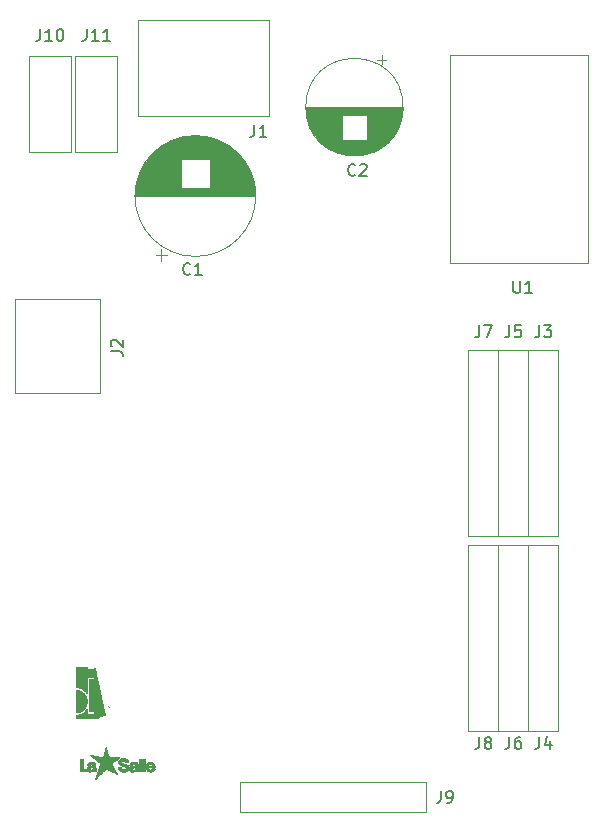
<source format=gbr>
G04 #@! TF.GenerationSoftware,KiCad,Pcbnew,(5.1.5)-3*
G04 #@! TF.CreationDate,2020-03-10T10:04:20+01:00*
G04 #@! TF.ProjectId,FPGA,46504741-2e6b-4696-9361-645f70636258,rev?*
G04 #@! TF.SameCoordinates,Original*
G04 #@! TF.FileFunction,Legend,Top*
G04 #@! TF.FilePolarity,Positive*
%FSLAX46Y46*%
G04 Gerber Fmt 4.6, Leading zero omitted, Abs format (unit mm)*
G04 Created by KiCad (PCBNEW (5.1.5)-3) date 2020-03-10 10:04:20*
%MOMM*%
%LPD*%
G04 APERTURE LIST*
%ADD10C,0.010000*%
%ADD11C,0.120000*%
%ADD12C,0.150000*%
G04 APERTURE END LIST*
D10*
G36*
X105201917Y-96283696D02*
G01*
X105204639Y-96292404D01*
X105211062Y-96316042D01*
X105220801Y-96353108D01*
X105233471Y-96402099D01*
X105248685Y-96461512D01*
X105266060Y-96529846D01*
X105285208Y-96605596D01*
X105305746Y-96687261D01*
X105318475Y-96738077D01*
X105431166Y-97188591D01*
X105862966Y-97189903D01*
X105947796Y-97190132D01*
X106028179Y-97190291D01*
X106102390Y-97190381D01*
X106168704Y-97190404D01*
X106225395Y-97190359D01*
X106270740Y-97190247D01*
X106303013Y-97190069D01*
X106320489Y-97189825D01*
X106322283Y-97189758D01*
X106340985Y-97190646D01*
X106349715Y-97194764D01*
X106349799Y-97195310D01*
X106343237Y-97203864D01*
X106325801Y-97219135D01*
X106300871Y-97238697D01*
X106271822Y-97260120D01*
X106242034Y-97280976D01*
X106214884Y-97298838D01*
X106193749Y-97311277D01*
X106182094Y-97315867D01*
X106170550Y-97321686D01*
X106163448Y-97328669D01*
X106152831Y-97337828D01*
X106131889Y-97353351D01*
X106103955Y-97373000D01*
X106072364Y-97394539D01*
X106040449Y-97415733D01*
X106011545Y-97434343D01*
X105988985Y-97448134D01*
X105976104Y-97454870D01*
X105974841Y-97455187D01*
X105964255Y-97461482D01*
X105962141Y-97464033D01*
X105952596Y-97472384D01*
X105932469Y-97487175D01*
X105905126Y-97506181D01*
X105873931Y-97527173D01*
X105842251Y-97547925D01*
X105813453Y-97566211D01*
X105790901Y-97579802D01*
X105777961Y-97586474D01*
X105776581Y-97586800D01*
X105765835Y-97592443D01*
X105750348Y-97606205D01*
X105748666Y-97607967D01*
X105733112Y-97622311D01*
X105721707Y-97629058D01*
X105720981Y-97629133D01*
X105709289Y-97633653D01*
X105691423Y-97644637D01*
X105689950Y-97645675D01*
X105666719Y-97662216D01*
X105876134Y-98083825D01*
X105925269Y-98182741D01*
X105967406Y-98267575D01*
X106003071Y-98339414D01*
X106032790Y-98399345D01*
X106057089Y-98448456D01*
X106076495Y-98487835D01*
X106091533Y-98518568D01*
X106102731Y-98541743D01*
X106110613Y-98558448D01*
X106115706Y-98569770D01*
X106118536Y-98576796D01*
X106119629Y-98580613D01*
X106119512Y-98582310D01*
X106118711Y-98582973D01*
X106117911Y-98583511D01*
X106114855Y-98584191D01*
X106108148Y-98582740D01*
X106096745Y-98578660D01*
X106079601Y-98571452D01*
X106055670Y-98560616D01*
X106023907Y-98545655D01*
X105983265Y-98526069D01*
X105932701Y-98501360D01*
X105871167Y-98471029D01*
X105797619Y-98434578D01*
X105711012Y-98391506D01*
X105612570Y-98342450D01*
X105535042Y-98303822D01*
X105462146Y-98267563D01*
X105395273Y-98234362D01*
X105335813Y-98204906D01*
X105285159Y-98179884D01*
X105244701Y-98159982D01*
X105215832Y-98145889D01*
X105199942Y-98138293D01*
X105197233Y-98137133D01*
X105190770Y-98142960D01*
X105173412Y-98159745D01*
X105146210Y-98186446D01*
X105110214Y-98222020D01*
X105066475Y-98265425D01*
X105016044Y-98315617D01*
X104959972Y-98371553D01*
X104899310Y-98432192D01*
X104838263Y-98493329D01*
X104729364Y-98602259D01*
X104632157Y-98699024D01*
X104546596Y-98783666D01*
X104472638Y-98856226D01*
X104410239Y-98916748D01*
X104359355Y-98965272D01*
X104319941Y-99001843D01*
X104291954Y-99026502D01*
X104275351Y-99039290D01*
X104270086Y-99040252D01*
X104270463Y-99038833D01*
X104276688Y-99020944D01*
X104285153Y-98994473D01*
X104289703Y-98979567D01*
X104297075Y-98955838D01*
X104308844Y-98919079D01*
X104324505Y-98870802D01*
X104343554Y-98812517D01*
X104365489Y-98745738D01*
X104389805Y-98671976D01*
X104415999Y-98592744D01*
X104443567Y-98509554D01*
X104472004Y-98423918D01*
X104500809Y-98337348D01*
X104529475Y-98251356D01*
X104557501Y-98167455D01*
X104584382Y-98087156D01*
X104609614Y-98011972D01*
X104632694Y-97943414D01*
X104653118Y-97882996D01*
X104670382Y-97832229D01*
X104683983Y-97792624D01*
X104693417Y-97765696D01*
X104698179Y-97752955D01*
X104698584Y-97752160D01*
X104705622Y-97739722D01*
X104706176Y-97737014D01*
X104709471Y-97712247D01*
X104715568Y-97689512D01*
X104722687Y-97674460D01*
X104726822Y-97671467D01*
X104725744Y-97667251D01*
X104711688Y-97654474D01*
X104684400Y-97632936D01*
X104643624Y-97602438D01*
X104593027Y-97565633D01*
X104614133Y-97565633D01*
X104618366Y-97569867D01*
X104622600Y-97565633D01*
X104618366Y-97561400D01*
X104614133Y-97565633D01*
X104593027Y-97565633D01*
X104589107Y-97562782D01*
X104569683Y-97548818D01*
X104541357Y-97527635D01*
X104519177Y-97509401D01*
X104506189Y-97496710D01*
X104504066Y-97492976D01*
X104499419Y-97487527D01*
X104497264Y-97488404D01*
X104487713Y-97485591D01*
X104470714Y-97473798D01*
X104458693Y-97463504D01*
X104439290Y-97446839D01*
X104424698Y-97436308D01*
X104420241Y-97434400D01*
X104410275Y-97428725D01*
X104397428Y-97416452D01*
X104381546Y-97402149D01*
X104357194Y-97383768D01*
X104336667Y-97369874D01*
X104313574Y-97354188D01*
X104280961Y-97330874D01*
X104242654Y-97302720D01*
X104202482Y-97272516D01*
X104189942Y-97262938D01*
X104153259Y-97234949D01*
X104120485Y-97210216D01*
X104097473Y-97193100D01*
X105410000Y-97193100D01*
X105414233Y-97197333D01*
X105418466Y-97193100D01*
X105414233Y-97188866D01*
X105410000Y-97193100D01*
X104097473Y-97193100D01*
X104094361Y-97190786D01*
X104077625Y-97178707D01*
X104073807Y-97176166D01*
X104062212Y-97167875D01*
X104040403Y-97151165D01*
X104011294Y-97128306D01*
X103977803Y-97101573D01*
X103970764Y-97095903D01*
X103937313Y-97068918D01*
X103908286Y-97045504D01*
X103886401Y-97027851D01*
X103874370Y-97018149D01*
X103873299Y-97017287D01*
X103861414Y-97008302D01*
X103842133Y-96994241D01*
X103835671Y-96989600D01*
X103821071Y-96978121D01*
X103817036Y-96971467D01*
X103824849Y-96969554D01*
X103845793Y-96972294D01*
X103881152Y-96979601D01*
X103904722Y-96984959D01*
X103944575Y-96993538D01*
X103984981Y-97001203D01*
X104017990Y-97006458D01*
X104021466Y-97006904D01*
X104038631Y-97009642D01*
X104070655Y-97015386D01*
X104115800Y-97023801D01*
X104172324Y-97034552D01*
X104238487Y-97047306D01*
X104312549Y-97061729D01*
X104392768Y-97077485D01*
X104477406Y-97094241D01*
X104511536Y-97101035D01*
X104595708Y-97117755D01*
X104674756Y-97133340D01*
X104747148Y-97147497D01*
X104811350Y-97159931D01*
X104865829Y-97170349D01*
X104909052Y-97178455D01*
X104939487Y-97183956D01*
X104955600Y-97186558D01*
X104957802Y-97186687D01*
X104960316Y-97178188D01*
X104966537Y-97154767D01*
X104976080Y-97117930D01*
X104988560Y-97069186D01*
X105003595Y-97010045D01*
X105020799Y-96942014D01*
X105039789Y-96866602D01*
X105060181Y-96785317D01*
X105071574Y-96739779D01*
X105092680Y-96655748D01*
X105112755Y-96576624D01*
X105131395Y-96503939D01*
X105148198Y-96439227D01*
X105162761Y-96384019D01*
X105174682Y-96339849D01*
X105183557Y-96308249D01*
X105188985Y-96290753D01*
X105190318Y-96287731D01*
X105199811Y-96282818D01*
X105201917Y-96283696D01*
G37*
X105201917Y-96283696D02*
X105204639Y-96292404D01*
X105211062Y-96316042D01*
X105220801Y-96353108D01*
X105233471Y-96402099D01*
X105248685Y-96461512D01*
X105266060Y-96529846D01*
X105285208Y-96605596D01*
X105305746Y-96687261D01*
X105318475Y-96738077D01*
X105431166Y-97188591D01*
X105862966Y-97189903D01*
X105947796Y-97190132D01*
X106028179Y-97190291D01*
X106102390Y-97190381D01*
X106168704Y-97190404D01*
X106225395Y-97190359D01*
X106270740Y-97190247D01*
X106303013Y-97190069D01*
X106320489Y-97189825D01*
X106322283Y-97189758D01*
X106340985Y-97190646D01*
X106349715Y-97194764D01*
X106349799Y-97195310D01*
X106343237Y-97203864D01*
X106325801Y-97219135D01*
X106300871Y-97238697D01*
X106271822Y-97260120D01*
X106242034Y-97280976D01*
X106214884Y-97298838D01*
X106193749Y-97311277D01*
X106182094Y-97315867D01*
X106170550Y-97321686D01*
X106163448Y-97328669D01*
X106152831Y-97337828D01*
X106131889Y-97353351D01*
X106103955Y-97373000D01*
X106072364Y-97394539D01*
X106040449Y-97415733D01*
X106011545Y-97434343D01*
X105988985Y-97448134D01*
X105976104Y-97454870D01*
X105974841Y-97455187D01*
X105964255Y-97461482D01*
X105962141Y-97464033D01*
X105952596Y-97472384D01*
X105932469Y-97487175D01*
X105905126Y-97506181D01*
X105873931Y-97527173D01*
X105842251Y-97547925D01*
X105813453Y-97566211D01*
X105790901Y-97579802D01*
X105777961Y-97586474D01*
X105776581Y-97586800D01*
X105765835Y-97592443D01*
X105750348Y-97606205D01*
X105748666Y-97607967D01*
X105733112Y-97622311D01*
X105721707Y-97629058D01*
X105720981Y-97629133D01*
X105709289Y-97633653D01*
X105691423Y-97644637D01*
X105689950Y-97645675D01*
X105666719Y-97662216D01*
X105876134Y-98083825D01*
X105925269Y-98182741D01*
X105967406Y-98267575D01*
X106003071Y-98339414D01*
X106032790Y-98399345D01*
X106057089Y-98448456D01*
X106076495Y-98487835D01*
X106091533Y-98518568D01*
X106102731Y-98541743D01*
X106110613Y-98558448D01*
X106115706Y-98569770D01*
X106118536Y-98576796D01*
X106119629Y-98580613D01*
X106119512Y-98582310D01*
X106118711Y-98582973D01*
X106117911Y-98583511D01*
X106114855Y-98584191D01*
X106108148Y-98582740D01*
X106096745Y-98578660D01*
X106079601Y-98571452D01*
X106055670Y-98560616D01*
X106023907Y-98545655D01*
X105983265Y-98526069D01*
X105932701Y-98501360D01*
X105871167Y-98471029D01*
X105797619Y-98434578D01*
X105711012Y-98391506D01*
X105612570Y-98342450D01*
X105535042Y-98303822D01*
X105462146Y-98267563D01*
X105395273Y-98234362D01*
X105335813Y-98204906D01*
X105285159Y-98179884D01*
X105244701Y-98159982D01*
X105215832Y-98145889D01*
X105199942Y-98138293D01*
X105197233Y-98137133D01*
X105190770Y-98142960D01*
X105173412Y-98159745D01*
X105146210Y-98186446D01*
X105110214Y-98222020D01*
X105066475Y-98265425D01*
X105016044Y-98315617D01*
X104959972Y-98371553D01*
X104899310Y-98432192D01*
X104838263Y-98493329D01*
X104729364Y-98602259D01*
X104632157Y-98699024D01*
X104546596Y-98783666D01*
X104472638Y-98856226D01*
X104410239Y-98916748D01*
X104359355Y-98965272D01*
X104319941Y-99001843D01*
X104291954Y-99026502D01*
X104275351Y-99039290D01*
X104270086Y-99040252D01*
X104270463Y-99038833D01*
X104276688Y-99020944D01*
X104285153Y-98994473D01*
X104289703Y-98979567D01*
X104297075Y-98955838D01*
X104308844Y-98919079D01*
X104324505Y-98870802D01*
X104343554Y-98812517D01*
X104365489Y-98745738D01*
X104389805Y-98671976D01*
X104415999Y-98592744D01*
X104443567Y-98509554D01*
X104472004Y-98423918D01*
X104500809Y-98337348D01*
X104529475Y-98251356D01*
X104557501Y-98167455D01*
X104584382Y-98087156D01*
X104609614Y-98011972D01*
X104632694Y-97943414D01*
X104653118Y-97882996D01*
X104670382Y-97832229D01*
X104683983Y-97792624D01*
X104693417Y-97765696D01*
X104698179Y-97752955D01*
X104698584Y-97752160D01*
X104705622Y-97739722D01*
X104706176Y-97737014D01*
X104709471Y-97712247D01*
X104715568Y-97689512D01*
X104722687Y-97674460D01*
X104726822Y-97671467D01*
X104725744Y-97667251D01*
X104711688Y-97654474D01*
X104684400Y-97632936D01*
X104643624Y-97602438D01*
X104593027Y-97565633D01*
X104614133Y-97565633D01*
X104618366Y-97569867D01*
X104622600Y-97565633D01*
X104618366Y-97561400D01*
X104614133Y-97565633D01*
X104593027Y-97565633D01*
X104589107Y-97562782D01*
X104569683Y-97548818D01*
X104541357Y-97527635D01*
X104519177Y-97509401D01*
X104506189Y-97496710D01*
X104504066Y-97492976D01*
X104499419Y-97487527D01*
X104497264Y-97488404D01*
X104487713Y-97485591D01*
X104470714Y-97473798D01*
X104458693Y-97463504D01*
X104439290Y-97446839D01*
X104424698Y-97436308D01*
X104420241Y-97434400D01*
X104410275Y-97428725D01*
X104397428Y-97416452D01*
X104381546Y-97402149D01*
X104357194Y-97383768D01*
X104336667Y-97369874D01*
X104313574Y-97354188D01*
X104280961Y-97330874D01*
X104242654Y-97302720D01*
X104202482Y-97272516D01*
X104189942Y-97262938D01*
X104153259Y-97234949D01*
X104120485Y-97210216D01*
X104097473Y-97193100D01*
X105410000Y-97193100D01*
X105414233Y-97197333D01*
X105418466Y-97193100D01*
X105414233Y-97188866D01*
X105410000Y-97193100D01*
X104097473Y-97193100D01*
X104094361Y-97190786D01*
X104077625Y-97178707D01*
X104073807Y-97176166D01*
X104062212Y-97167875D01*
X104040403Y-97151165D01*
X104011294Y-97128306D01*
X103977803Y-97101573D01*
X103970764Y-97095903D01*
X103937313Y-97068918D01*
X103908286Y-97045504D01*
X103886401Y-97027851D01*
X103874370Y-97018149D01*
X103873299Y-97017287D01*
X103861414Y-97008302D01*
X103842133Y-96994241D01*
X103835671Y-96989600D01*
X103821071Y-96978121D01*
X103817036Y-96971467D01*
X103824849Y-96969554D01*
X103845793Y-96972294D01*
X103881152Y-96979601D01*
X103904722Y-96984959D01*
X103944575Y-96993538D01*
X103984981Y-97001203D01*
X104017990Y-97006458D01*
X104021466Y-97006904D01*
X104038631Y-97009642D01*
X104070655Y-97015386D01*
X104115800Y-97023801D01*
X104172324Y-97034552D01*
X104238487Y-97047306D01*
X104312549Y-97061729D01*
X104392768Y-97077485D01*
X104477406Y-97094241D01*
X104511536Y-97101035D01*
X104595708Y-97117755D01*
X104674756Y-97133340D01*
X104747148Y-97147497D01*
X104811350Y-97159931D01*
X104865829Y-97170349D01*
X104909052Y-97178455D01*
X104939487Y-97183956D01*
X104955600Y-97186558D01*
X104957802Y-97186687D01*
X104960316Y-97178188D01*
X104966537Y-97154767D01*
X104976080Y-97117930D01*
X104988560Y-97069186D01*
X105003595Y-97010045D01*
X105020799Y-96942014D01*
X105039789Y-96866602D01*
X105060181Y-96785317D01*
X105071574Y-96739779D01*
X105092680Y-96655748D01*
X105112755Y-96576624D01*
X105131395Y-96503939D01*
X105148198Y-96439227D01*
X105162761Y-96384019D01*
X105174682Y-96339849D01*
X105183557Y-96308249D01*
X105188985Y-96290753D01*
X105190318Y-96287731D01*
X105199811Y-96282818D01*
X105201917Y-96283696D01*
G36*
X106675293Y-97265056D02*
G01*
X106731606Y-97268390D01*
X106783369Y-97274600D01*
X106823393Y-97282977D01*
X106873015Y-97298248D01*
X106911522Y-97314289D01*
X106944556Y-97334317D01*
X106977757Y-97361549D01*
X107002686Y-97385211D01*
X107041593Y-97428609D01*
X107067845Y-97471977D01*
X107084123Y-97520941D01*
X107092358Y-97573409D01*
X107097285Y-97621146D01*
X106975531Y-97618790D01*
X106927792Y-97617725D01*
X106894364Y-97616417D01*
X106872629Y-97614460D01*
X106859964Y-97611449D01*
X106853750Y-97606975D01*
X106851366Y-97600632D01*
X106851178Y-97599500D01*
X106839493Y-97555667D01*
X106820195Y-97519164D01*
X106795747Y-97494583D01*
X106794457Y-97493764D01*
X106743370Y-97469792D01*
X106687916Y-97456696D01*
X106632425Y-97454708D01*
X106581230Y-97464062D01*
X106545509Y-97480350D01*
X106516651Y-97500939D01*
X106500176Y-97520748D01*
X106492756Y-97545320D01*
X106491121Y-97570943D01*
X106492104Y-97598902D01*
X106497707Y-97616837D01*
X106510318Y-97631509D01*
X106513507Y-97634316D01*
X106532585Y-97646476D01*
X106563619Y-97660033D01*
X106607715Y-97675363D01*
X106665984Y-97692845D01*
X106739532Y-97712854D01*
X106760433Y-97718295D01*
X106850179Y-97743645D01*
X106924419Y-97769875D01*
X106984575Y-97798191D01*
X107032070Y-97829794D01*
X107068330Y-97865888D01*
X107094775Y-97907678D01*
X107112831Y-97956367D01*
X107123921Y-98013158D01*
X107125589Y-98027066D01*
X107125663Y-98067499D01*
X107119408Y-98115743D01*
X107108223Y-98164541D01*
X107093505Y-98206636D01*
X107089305Y-98215523D01*
X107060961Y-98255931D01*
X107019261Y-98295077D01*
X106967747Y-98330636D01*
X106909962Y-98360284D01*
X106849449Y-98381697D01*
X106828166Y-98386840D01*
X106780141Y-98393828D01*
X106721846Y-98397609D01*
X106659373Y-98398192D01*
X106598812Y-98395584D01*
X106546257Y-98389793D01*
X106528177Y-98386444D01*
X106452743Y-98362994D01*
X106384773Y-98327879D01*
X106325951Y-98282813D01*
X106277963Y-98229512D01*
X106242496Y-98169691D01*
X106221234Y-98105064D01*
X106216278Y-98069121D01*
X106212058Y-98010133D01*
X106449477Y-98010133D01*
X106455155Y-98048001D01*
X106463573Y-98077642D01*
X106478617Y-98110422D01*
X106487867Y-98125702D01*
X106520576Y-98160824D01*
X106564365Y-98185380D01*
X106620266Y-98199781D01*
X106684841Y-98204430D01*
X106750004Y-98200431D01*
X106803260Y-98187008D01*
X106847250Y-98163407D01*
X106858491Y-98154684D01*
X106875374Y-98138977D01*
X106884003Y-98123991D01*
X106887098Y-98103041D01*
X106887433Y-98083584D01*
X106884897Y-98053666D01*
X106876221Y-98028290D01*
X106859801Y-98006413D01*
X106834033Y-97986991D01*
X106797314Y-97968982D01*
X106748038Y-97951344D01*
X106684604Y-97933035D01*
X106636979Y-97920768D01*
X106545226Y-97895744D01*
X106468978Y-97870055D01*
X106406806Y-97842929D01*
X106357280Y-97813593D01*
X106318971Y-97781272D01*
X106290452Y-97745194D01*
X106280615Y-97727890D01*
X106263729Y-97680155D01*
X106255227Y-97623415D01*
X106255080Y-97563361D01*
X106263260Y-97505683D01*
X106279738Y-97456073D01*
X106282011Y-97451441D01*
X106318508Y-97397837D01*
X106369117Y-97350730D01*
X106431785Y-97311579D01*
X106504458Y-97281844D01*
X106531833Y-97273943D01*
X106570129Y-97267669D01*
X106619708Y-97264762D01*
X106675293Y-97265056D01*
G37*
X106675293Y-97265056D02*
X106731606Y-97268390D01*
X106783369Y-97274600D01*
X106823393Y-97282977D01*
X106873015Y-97298248D01*
X106911522Y-97314289D01*
X106944556Y-97334317D01*
X106977757Y-97361549D01*
X107002686Y-97385211D01*
X107041593Y-97428609D01*
X107067845Y-97471977D01*
X107084123Y-97520941D01*
X107092358Y-97573409D01*
X107097285Y-97621146D01*
X106975531Y-97618790D01*
X106927792Y-97617725D01*
X106894364Y-97616417D01*
X106872629Y-97614460D01*
X106859964Y-97611449D01*
X106853750Y-97606975D01*
X106851366Y-97600632D01*
X106851178Y-97599500D01*
X106839493Y-97555667D01*
X106820195Y-97519164D01*
X106795747Y-97494583D01*
X106794457Y-97493764D01*
X106743370Y-97469792D01*
X106687916Y-97456696D01*
X106632425Y-97454708D01*
X106581230Y-97464062D01*
X106545509Y-97480350D01*
X106516651Y-97500939D01*
X106500176Y-97520748D01*
X106492756Y-97545320D01*
X106491121Y-97570943D01*
X106492104Y-97598902D01*
X106497707Y-97616837D01*
X106510318Y-97631509D01*
X106513507Y-97634316D01*
X106532585Y-97646476D01*
X106563619Y-97660033D01*
X106607715Y-97675363D01*
X106665984Y-97692845D01*
X106739532Y-97712854D01*
X106760433Y-97718295D01*
X106850179Y-97743645D01*
X106924419Y-97769875D01*
X106984575Y-97798191D01*
X107032070Y-97829794D01*
X107068330Y-97865888D01*
X107094775Y-97907678D01*
X107112831Y-97956367D01*
X107123921Y-98013158D01*
X107125589Y-98027066D01*
X107125663Y-98067499D01*
X107119408Y-98115743D01*
X107108223Y-98164541D01*
X107093505Y-98206636D01*
X107089305Y-98215523D01*
X107060961Y-98255931D01*
X107019261Y-98295077D01*
X106967747Y-98330636D01*
X106909962Y-98360284D01*
X106849449Y-98381697D01*
X106828166Y-98386840D01*
X106780141Y-98393828D01*
X106721846Y-98397609D01*
X106659373Y-98398192D01*
X106598812Y-98395584D01*
X106546257Y-98389793D01*
X106528177Y-98386444D01*
X106452743Y-98362994D01*
X106384773Y-98327879D01*
X106325951Y-98282813D01*
X106277963Y-98229512D01*
X106242496Y-98169691D01*
X106221234Y-98105064D01*
X106216278Y-98069121D01*
X106212058Y-98010133D01*
X106449477Y-98010133D01*
X106455155Y-98048001D01*
X106463573Y-98077642D01*
X106478617Y-98110422D01*
X106487867Y-98125702D01*
X106520576Y-98160824D01*
X106564365Y-98185380D01*
X106620266Y-98199781D01*
X106684841Y-98204430D01*
X106750004Y-98200431D01*
X106803260Y-98187008D01*
X106847250Y-98163407D01*
X106858491Y-98154684D01*
X106875374Y-98138977D01*
X106884003Y-98123991D01*
X106887098Y-98103041D01*
X106887433Y-98083584D01*
X106884897Y-98053666D01*
X106876221Y-98028290D01*
X106859801Y-98006413D01*
X106834033Y-97986991D01*
X106797314Y-97968982D01*
X106748038Y-97951344D01*
X106684604Y-97933035D01*
X106636979Y-97920768D01*
X106545226Y-97895744D01*
X106468978Y-97870055D01*
X106406806Y-97842929D01*
X106357280Y-97813593D01*
X106318971Y-97781272D01*
X106290452Y-97745194D01*
X106280615Y-97727890D01*
X106263729Y-97680155D01*
X106255227Y-97623415D01*
X106255080Y-97563361D01*
X106263260Y-97505683D01*
X106279738Y-97456073D01*
X106282011Y-97451441D01*
X106318508Y-97397837D01*
X106369117Y-97350730D01*
X106431785Y-97311579D01*
X106504458Y-97281844D01*
X106531833Y-97273943D01*
X106570129Y-97267669D01*
X106619708Y-97264762D01*
X106675293Y-97265056D01*
G36*
X109058996Y-97578199D02*
G01*
X109123664Y-97601137D01*
X109182420Y-97637794D01*
X109220569Y-97671389D01*
X109270324Y-97732389D01*
X109306801Y-97803373D01*
X109329629Y-97883361D01*
X109338436Y-97971373D01*
X109338533Y-97982055D01*
X109338533Y-98035533D01*
X108777569Y-98035533D01*
X108783265Y-98071157D01*
X108798764Y-98127845D01*
X108825249Y-98171707D01*
X108863021Y-98203052D01*
X108912382Y-98222191D01*
X108933950Y-98226286D01*
X108991788Y-98227283D01*
X109043949Y-98212378D01*
X109091134Y-98181337D01*
X109103511Y-98169762D01*
X109144606Y-98128666D01*
X109233103Y-98128666D01*
X109276104Y-98128991D01*
X109303840Y-98131407D01*
X109317975Y-98138082D01*
X109320179Y-98151182D01*
X109312116Y-98172873D01*
X109295455Y-98205322D01*
X109294083Y-98207915D01*
X109252146Y-98271644D01*
X109200737Y-98321650D01*
X109139057Y-98358501D01*
X109066312Y-98382767D01*
X109042626Y-98387604D01*
X108999758Y-98394499D01*
X108967326Y-98397514D01*
X108939356Y-98396948D01*
X108915200Y-98393964D01*
X108827451Y-98374000D01*
X108752800Y-98343600D01*
X108690748Y-98302426D01*
X108640797Y-98250136D01*
X108602449Y-98186390D01*
X108598455Y-98177617D01*
X108573277Y-98102016D01*
X108561018Y-98021457D01*
X108561524Y-97939685D01*
X108573450Y-97867635D01*
X108780372Y-97867635D01*
X108781153Y-97877803D01*
X108789046Y-97884602D01*
X108805902Y-97888706D01*
X108833567Y-97890791D01*
X108873891Y-97891533D01*
X108928722Y-97891607D01*
X108949066Y-97891600D01*
X109006727Y-97891506D01*
X109049620Y-97891092D01*
X109079912Y-97890165D01*
X109099767Y-97888529D01*
X109111352Y-97885987D01*
X109116832Y-97882346D01*
X109118373Y-97877409D01*
X109118400Y-97876329D01*
X109114761Y-97860584D01*
X109105394Y-97836240D01*
X109096727Y-97817568D01*
X109079428Y-97788255D01*
X109059128Y-97768414D01*
X109031565Y-97752405D01*
X108982291Y-97734711D01*
X108934919Y-97732889D01*
X108885748Y-97746902D01*
X108877100Y-97750783D01*
X108841066Y-97770561D01*
X108816611Y-97792381D01*
X108798647Y-97821290D01*
X108792756Y-97834488D01*
X108784856Y-97853422D01*
X108780372Y-97867635D01*
X108573450Y-97867635D01*
X108574641Y-97860444D01*
X108600213Y-97787478D01*
X108615817Y-97757560D01*
X108660131Y-97697484D01*
X108716007Y-97646588D01*
X108780265Y-97606937D01*
X108849723Y-97580597D01*
X108903501Y-97570801D01*
X108986310Y-97568309D01*
X109058996Y-97578199D01*
G37*
X109058996Y-97578199D02*
X109123664Y-97601137D01*
X109182420Y-97637794D01*
X109220569Y-97671389D01*
X109270324Y-97732389D01*
X109306801Y-97803373D01*
X109329629Y-97883361D01*
X109338436Y-97971373D01*
X109338533Y-97982055D01*
X109338533Y-98035533D01*
X108777569Y-98035533D01*
X108783265Y-98071157D01*
X108798764Y-98127845D01*
X108825249Y-98171707D01*
X108863021Y-98203052D01*
X108912382Y-98222191D01*
X108933950Y-98226286D01*
X108991788Y-98227283D01*
X109043949Y-98212378D01*
X109091134Y-98181337D01*
X109103511Y-98169762D01*
X109144606Y-98128666D01*
X109233103Y-98128666D01*
X109276104Y-98128991D01*
X109303840Y-98131407D01*
X109317975Y-98138082D01*
X109320179Y-98151182D01*
X109312116Y-98172873D01*
X109295455Y-98205322D01*
X109294083Y-98207915D01*
X109252146Y-98271644D01*
X109200737Y-98321650D01*
X109139057Y-98358501D01*
X109066312Y-98382767D01*
X109042626Y-98387604D01*
X108999758Y-98394499D01*
X108967326Y-98397514D01*
X108939356Y-98396948D01*
X108915200Y-98393964D01*
X108827451Y-98374000D01*
X108752800Y-98343600D01*
X108690748Y-98302426D01*
X108640797Y-98250136D01*
X108602449Y-98186390D01*
X108598455Y-98177617D01*
X108573277Y-98102016D01*
X108561018Y-98021457D01*
X108561524Y-97939685D01*
X108573450Y-97867635D01*
X108780372Y-97867635D01*
X108781153Y-97877803D01*
X108789046Y-97884602D01*
X108805902Y-97888706D01*
X108833567Y-97890791D01*
X108873891Y-97891533D01*
X108928722Y-97891607D01*
X108949066Y-97891600D01*
X109006727Y-97891506D01*
X109049620Y-97891092D01*
X109079912Y-97890165D01*
X109099767Y-97888529D01*
X109111352Y-97885987D01*
X109116832Y-97882346D01*
X109118373Y-97877409D01*
X109118400Y-97876329D01*
X109114761Y-97860584D01*
X109105394Y-97836240D01*
X109096727Y-97817568D01*
X109079428Y-97788255D01*
X109059128Y-97768414D01*
X109031565Y-97752405D01*
X108982291Y-97734711D01*
X108934919Y-97732889D01*
X108885748Y-97746902D01*
X108877100Y-97750783D01*
X108841066Y-97770561D01*
X108816611Y-97792381D01*
X108798647Y-97821290D01*
X108792756Y-97834488D01*
X108784856Y-97853422D01*
X108780372Y-97867635D01*
X108573450Y-97867635D01*
X108574641Y-97860444D01*
X108600213Y-97787478D01*
X108615817Y-97757560D01*
X108660131Y-97697484D01*
X108716007Y-97646588D01*
X108780265Y-97606937D01*
X108849723Y-97580597D01*
X108903501Y-97570801D01*
X108986310Y-97568309D01*
X109058996Y-97578199D01*
G36*
X103978313Y-97568746D02*
G01*
X104068120Y-97573431D01*
X104143835Y-97587240D01*
X104205687Y-97610257D01*
X104253905Y-97642569D01*
X104288717Y-97684264D01*
X104290058Y-97686508D01*
X104313566Y-97726500D01*
X104317805Y-98027066D01*
X104319234Y-98114978D01*
X104320841Y-98187033D01*
X104322677Y-98244307D01*
X104324791Y-98287876D01*
X104327234Y-98318816D01*
X104330054Y-98338204D01*
X104332621Y-98346127D01*
X104340694Y-98361943D01*
X104343200Y-98369410D01*
X104335259Y-98371199D01*
X104313543Y-98372684D01*
X104281208Y-98373727D01*
X104241410Y-98374189D01*
X104234039Y-98374200D01*
X104186986Y-98373974D01*
X104154264Y-98372610D01*
X104133271Y-98369078D01*
X104121406Y-98362349D01*
X104116066Y-98351394D01*
X104114650Y-98335183D01*
X104114600Y-98326941D01*
X104112893Y-98311348D01*
X104109775Y-98306466D01*
X104100694Y-98310890D01*
X104082371Y-98322291D01*
X104066165Y-98333152D01*
X104009375Y-98363981D01*
X103945001Y-98382825D01*
X103870510Y-98390355D01*
X103849262Y-98390543D01*
X103809054Y-98388901D01*
X103770169Y-98385049D01*
X103739350Y-98379719D01*
X103732416Y-98377859D01*
X103692017Y-98358971D01*
X103652847Y-98329543D01*
X103619695Y-98294027D01*
X103597349Y-98256874D01*
X103594661Y-98249825D01*
X103585148Y-98206733D01*
X103581636Y-98156052D01*
X103581937Y-98150474D01*
X103801521Y-98150474D01*
X103806632Y-98188301D01*
X103823740Y-98215557D01*
X103854928Y-98235318D01*
X103860604Y-98237688D01*
X103891641Y-98244640D01*
X103930879Y-98246215D01*
X103970527Y-98242604D01*
X104002378Y-98234177D01*
X104042358Y-98211529D01*
X104070658Y-98180839D01*
X104088370Y-98140096D01*
X104096589Y-98087291D01*
X104097480Y-98059249D01*
X104097666Y-97994064D01*
X104070150Y-98005385D01*
X104043643Y-98013933D01*
X104012162Y-98021033D01*
X104004533Y-98022278D01*
X103938168Y-98033659D01*
X103887067Y-98046689D01*
X103849572Y-98062415D01*
X103824023Y-98081885D01*
X103808762Y-98106147D01*
X103802131Y-98136247D01*
X103801521Y-98150474D01*
X103581937Y-98150474D01*
X103584336Y-98106107D01*
X103590277Y-98075151D01*
X103611384Y-98030357D01*
X103647763Y-97992381D01*
X103699107Y-97961410D01*
X103765107Y-97937630D01*
X103844333Y-97921392D01*
X103907368Y-97912056D01*
X103955971Y-97904447D01*
X103992489Y-97898025D01*
X104019273Y-97892249D01*
X104038669Y-97886578D01*
X104053027Y-97880472D01*
X104064695Y-97873389D01*
X104070133Y-97869405D01*
X104088475Y-97852495D01*
X104096271Y-97834241D01*
X104097666Y-97812620D01*
X104090859Y-97772935D01*
X104070485Y-97743342D01*
X104036612Y-97723891D01*
X103989311Y-97714636D01*
X103966433Y-97713800D01*
X103913265Y-97719066D01*
X103872909Y-97735084D01*
X103844829Y-97762184D01*
X103829045Y-97798467D01*
X103821448Y-97828100D01*
X103714024Y-97830469D01*
X103606600Y-97832839D01*
X103606600Y-97807428D01*
X103610897Y-97782814D01*
X103622019Y-97750387D01*
X103637312Y-97716368D01*
X103654121Y-97686973D01*
X103663163Y-97674901D01*
X103702818Y-97639617D01*
X103756228Y-97609822D01*
X103804746Y-97591022D01*
X103836145Y-97581205D01*
X103863958Y-97574721D01*
X103893277Y-97570919D01*
X103929194Y-97569144D01*
X103976800Y-97568743D01*
X103978313Y-97568746D01*
G37*
X103978313Y-97568746D02*
X104068120Y-97573431D01*
X104143835Y-97587240D01*
X104205687Y-97610257D01*
X104253905Y-97642569D01*
X104288717Y-97684264D01*
X104290058Y-97686508D01*
X104313566Y-97726500D01*
X104317805Y-98027066D01*
X104319234Y-98114978D01*
X104320841Y-98187033D01*
X104322677Y-98244307D01*
X104324791Y-98287876D01*
X104327234Y-98318816D01*
X104330054Y-98338204D01*
X104332621Y-98346127D01*
X104340694Y-98361943D01*
X104343200Y-98369410D01*
X104335259Y-98371199D01*
X104313543Y-98372684D01*
X104281208Y-98373727D01*
X104241410Y-98374189D01*
X104234039Y-98374200D01*
X104186986Y-98373974D01*
X104154264Y-98372610D01*
X104133271Y-98369078D01*
X104121406Y-98362349D01*
X104116066Y-98351394D01*
X104114650Y-98335183D01*
X104114600Y-98326941D01*
X104112893Y-98311348D01*
X104109775Y-98306466D01*
X104100694Y-98310890D01*
X104082371Y-98322291D01*
X104066165Y-98333152D01*
X104009375Y-98363981D01*
X103945001Y-98382825D01*
X103870510Y-98390355D01*
X103849262Y-98390543D01*
X103809054Y-98388901D01*
X103770169Y-98385049D01*
X103739350Y-98379719D01*
X103732416Y-98377859D01*
X103692017Y-98358971D01*
X103652847Y-98329543D01*
X103619695Y-98294027D01*
X103597349Y-98256874D01*
X103594661Y-98249825D01*
X103585148Y-98206733D01*
X103581636Y-98156052D01*
X103581937Y-98150474D01*
X103801521Y-98150474D01*
X103806632Y-98188301D01*
X103823740Y-98215557D01*
X103854928Y-98235318D01*
X103860604Y-98237688D01*
X103891641Y-98244640D01*
X103930879Y-98246215D01*
X103970527Y-98242604D01*
X104002378Y-98234177D01*
X104042358Y-98211529D01*
X104070658Y-98180839D01*
X104088370Y-98140096D01*
X104096589Y-98087291D01*
X104097480Y-98059249D01*
X104097666Y-97994064D01*
X104070150Y-98005385D01*
X104043643Y-98013933D01*
X104012162Y-98021033D01*
X104004533Y-98022278D01*
X103938168Y-98033659D01*
X103887067Y-98046689D01*
X103849572Y-98062415D01*
X103824023Y-98081885D01*
X103808762Y-98106147D01*
X103802131Y-98136247D01*
X103801521Y-98150474D01*
X103581937Y-98150474D01*
X103584336Y-98106107D01*
X103590277Y-98075151D01*
X103611384Y-98030357D01*
X103647763Y-97992381D01*
X103699107Y-97961410D01*
X103765107Y-97937630D01*
X103844333Y-97921392D01*
X103907368Y-97912056D01*
X103955971Y-97904447D01*
X103992489Y-97898025D01*
X104019273Y-97892249D01*
X104038669Y-97886578D01*
X104053027Y-97880472D01*
X104064695Y-97873389D01*
X104070133Y-97869405D01*
X104088475Y-97852495D01*
X104096271Y-97834241D01*
X104097666Y-97812620D01*
X104090859Y-97772935D01*
X104070485Y-97743342D01*
X104036612Y-97723891D01*
X103989311Y-97714636D01*
X103966433Y-97713800D01*
X103913265Y-97719066D01*
X103872909Y-97735084D01*
X103844829Y-97762184D01*
X103829045Y-97798467D01*
X103821448Y-97828100D01*
X103714024Y-97830469D01*
X103606600Y-97832839D01*
X103606600Y-97807428D01*
X103610897Y-97782814D01*
X103622019Y-97750387D01*
X103637312Y-97716368D01*
X103654121Y-97686973D01*
X103663163Y-97674901D01*
X103702818Y-97639617D01*
X103756228Y-97609822D01*
X103804746Y-97591022D01*
X103836145Y-97581205D01*
X103863958Y-97574721D01*
X103893277Y-97570919D01*
X103929194Y-97569144D01*
X103976800Y-97568743D01*
X103978313Y-97568746D01*
G36*
X107625356Y-97570635D02*
G01*
X107693205Y-97581595D01*
X107753643Y-97598810D01*
X107803500Y-97621616D01*
X107834330Y-97644086D01*
X107849647Y-97659198D01*
X107861892Y-97674051D01*
X107871410Y-97690689D01*
X107878551Y-97711155D01*
X107883661Y-97737490D01*
X107887087Y-97771737D01*
X107889178Y-97815938D01*
X107890279Y-97872137D01*
X107890739Y-97942375D01*
X107890824Y-97976266D01*
X107891334Y-98066151D01*
X107892560Y-98140995D01*
X107894608Y-98202681D01*
X107897584Y-98253092D01*
X107901594Y-98294108D01*
X107906744Y-98327613D01*
X107911990Y-98351177D01*
X107918099Y-98374720D01*
X107809166Y-98372343D01*
X107700233Y-98369967D01*
X107682699Y-98297275D01*
X107663276Y-98317950D01*
X107645293Y-98332313D01*
X107617954Y-98348976D01*
X107591609Y-98362237D01*
X107565952Y-98372942D01*
X107542244Y-98380079D01*
X107515577Y-98384509D01*
X107481044Y-98387093D01*
X107442000Y-98388475D01*
X107392490Y-98389048D01*
X107355435Y-98387430D01*
X107326457Y-98383247D01*
X107302300Y-98376514D01*
X107259301Y-98354291D01*
X107218684Y-98320019D01*
X107185538Y-98278363D01*
X107175123Y-98259900D01*
X107165155Y-98233264D01*
X107159870Y-98200690D01*
X107158366Y-98158300D01*
X107158931Y-98151529D01*
X107374298Y-98151529D01*
X107381422Y-98184077D01*
X107399931Y-98213591D01*
X107425662Y-98234167D01*
X107435327Y-98238081D01*
X107473603Y-98244369D01*
X107518580Y-98243934D01*
X107562669Y-98237381D01*
X107598278Y-98225316D01*
X107598805Y-98225047D01*
X107631375Y-98201471D01*
X107654628Y-98168131D01*
X107669523Y-98123060D01*
X107677006Y-98064480D01*
X107681462Y-97993063D01*
X107652747Y-98005026D01*
X107626365Y-98013550D01*
X107593923Y-98020861D01*
X107581700Y-98022835D01*
X107535371Y-98030749D01*
X107490675Y-98041055D01*
X107452232Y-98052499D01*
X107424662Y-98063826D01*
X107419322Y-98066935D01*
X107394244Y-98092247D01*
X107378106Y-98126157D01*
X107374298Y-98151529D01*
X107158931Y-98151529D01*
X107163441Y-98097558D01*
X107179407Y-98048267D01*
X107207374Y-98008055D01*
X107242548Y-97978462D01*
X107273839Y-97959739D01*
X107308456Y-97944824D01*
X107349733Y-97932760D01*
X107401001Y-97922589D01*
X107465592Y-97913354D01*
X107471681Y-97912597D01*
X107535706Y-97903891D01*
X107584812Y-97895016D01*
X107621000Y-97885155D01*
X107646271Y-97873490D01*
X107662626Y-97859204D01*
X107672068Y-97841481D01*
X107675123Y-97829533D01*
X107674785Y-97791310D01*
X107660658Y-97757300D01*
X107634955Y-97731869D01*
X107622263Y-97725215D01*
X107590634Y-97717189D01*
X107551552Y-97714537D01*
X107510944Y-97716901D01*
X107474738Y-97723924D01*
X107448862Y-97735246D01*
X107448197Y-97735730D01*
X107428973Y-97755610D01*
X107411979Y-97782277D01*
X107401330Y-97808589D01*
X107399666Y-97819920D01*
X107397027Y-97825100D01*
X107387468Y-97828655D01*
X107368528Y-97830860D01*
X107337743Y-97831994D01*
X107292653Y-97832332D01*
X107289216Y-97832333D01*
X107178766Y-97832333D01*
X107184351Y-97800583D01*
X107203380Y-97736243D01*
X107235946Y-97681960D01*
X107281846Y-97637891D01*
X107340880Y-97604193D01*
X107412845Y-97581024D01*
X107480100Y-97570121D01*
X107553264Y-97566590D01*
X107625356Y-97570635D01*
G37*
X107625356Y-97570635D02*
X107693205Y-97581595D01*
X107753643Y-97598810D01*
X107803500Y-97621616D01*
X107834330Y-97644086D01*
X107849647Y-97659198D01*
X107861892Y-97674051D01*
X107871410Y-97690689D01*
X107878551Y-97711155D01*
X107883661Y-97737490D01*
X107887087Y-97771737D01*
X107889178Y-97815938D01*
X107890279Y-97872137D01*
X107890739Y-97942375D01*
X107890824Y-97976266D01*
X107891334Y-98066151D01*
X107892560Y-98140995D01*
X107894608Y-98202681D01*
X107897584Y-98253092D01*
X107901594Y-98294108D01*
X107906744Y-98327613D01*
X107911990Y-98351177D01*
X107918099Y-98374720D01*
X107809166Y-98372343D01*
X107700233Y-98369967D01*
X107682699Y-98297275D01*
X107663276Y-98317950D01*
X107645293Y-98332313D01*
X107617954Y-98348976D01*
X107591609Y-98362237D01*
X107565952Y-98372942D01*
X107542244Y-98380079D01*
X107515577Y-98384509D01*
X107481044Y-98387093D01*
X107442000Y-98388475D01*
X107392490Y-98389048D01*
X107355435Y-98387430D01*
X107326457Y-98383247D01*
X107302300Y-98376514D01*
X107259301Y-98354291D01*
X107218684Y-98320019D01*
X107185538Y-98278363D01*
X107175123Y-98259900D01*
X107165155Y-98233264D01*
X107159870Y-98200690D01*
X107158366Y-98158300D01*
X107158931Y-98151529D01*
X107374298Y-98151529D01*
X107381422Y-98184077D01*
X107399931Y-98213591D01*
X107425662Y-98234167D01*
X107435327Y-98238081D01*
X107473603Y-98244369D01*
X107518580Y-98243934D01*
X107562669Y-98237381D01*
X107598278Y-98225316D01*
X107598805Y-98225047D01*
X107631375Y-98201471D01*
X107654628Y-98168131D01*
X107669523Y-98123060D01*
X107677006Y-98064480D01*
X107681462Y-97993063D01*
X107652747Y-98005026D01*
X107626365Y-98013550D01*
X107593923Y-98020861D01*
X107581700Y-98022835D01*
X107535371Y-98030749D01*
X107490675Y-98041055D01*
X107452232Y-98052499D01*
X107424662Y-98063826D01*
X107419322Y-98066935D01*
X107394244Y-98092247D01*
X107378106Y-98126157D01*
X107374298Y-98151529D01*
X107158931Y-98151529D01*
X107163441Y-98097558D01*
X107179407Y-98048267D01*
X107207374Y-98008055D01*
X107242548Y-97978462D01*
X107273839Y-97959739D01*
X107308456Y-97944824D01*
X107349733Y-97932760D01*
X107401001Y-97922589D01*
X107465592Y-97913354D01*
X107471681Y-97912597D01*
X107535706Y-97903891D01*
X107584812Y-97895016D01*
X107621000Y-97885155D01*
X107646271Y-97873490D01*
X107662626Y-97859204D01*
X107672068Y-97841481D01*
X107675123Y-97829533D01*
X107674785Y-97791310D01*
X107660658Y-97757300D01*
X107634955Y-97731869D01*
X107622263Y-97725215D01*
X107590634Y-97717189D01*
X107551552Y-97714537D01*
X107510944Y-97716901D01*
X107474738Y-97723924D01*
X107448862Y-97735246D01*
X107448197Y-97735730D01*
X107428973Y-97755610D01*
X107411979Y-97782277D01*
X107401330Y-97808589D01*
X107399666Y-97819920D01*
X107397027Y-97825100D01*
X107387468Y-97828655D01*
X107368528Y-97830860D01*
X107337743Y-97831994D01*
X107292653Y-97832332D01*
X107289216Y-97832333D01*
X107178766Y-97832333D01*
X107184351Y-97800583D01*
X107203380Y-97736243D01*
X107235946Y-97681960D01*
X107281846Y-97637891D01*
X107340880Y-97604193D01*
X107412845Y-97581024D01*
X107480100Y-97570121D01*
X107553264Y-97566590D01*
X107625356Y-97570635D01*
G36*
X103162678Y-97290645D02*
G01*
X103195458Y-97291395D01*
X103216438Y-97293037D01*
X103228185Y-97295890D01*
X103233264Y-97300276D01*
X103234254Y-97305283D01*
X103234328Y-97316457D01*
X103234471Y-97342886D01*
X103234673Y-97382890D01*
X103234927Y-97434792D01*
X103235225Y-97496912D01*
X103235558Y-97567571D01*
X103235919Y-97645092D01*
X103236299Y-97727796D01*
X103236370Y-97743433D01*
X103238299Y-98166766D01*
X103401283Y-98169066D01*
X103564266Y-98171365D01*
X103564266Y-98374200D01*
X102997000Y-98374200D01*
X102997000Y-97290466D01*
X103115533Y-97290466D01*
X103162678Y-97290645D01*
G37*
X103162678Y-97290645D02*
X103195458Y-97291395D01*
X103216438Y-97293037D01*
X103228185Y-97295890D01*
X103233264Y-97300276D01*
X103234254Y-97305283D01*
X103234328Y-97316457D01*
X103234471Y-97342886D01*
X103234673Y-97382890D01*
X103234927Y-97434792D01*
X103235225Y-97496912D01*
X103235558Y-97567571D01*
X103235919Y-97645092D01*
X103236299Y-97727796D01*
X103236370Y-97743433D01*
X103238299Y-98166766D01*
X103401283Y-98169066D01*
X103564266Y-98171365D01*
X103564266Y-98374200D01*
X102997000Y-98374200D01*
X102997000Y-97290466D01*
X103115533Y-97290466D01*
X103162678Y-97290645D01*
G36*
X108091816Y-97292330D02*
G01*
X108199766Y-97294700D01*
X108199766Y-98369967D01*
X108097708Y-98372330D01*
X108057703Y-98372784D01*
X108024036Y-98372274D01*
X108000223Y-98370916D01*
X107989781Y-98368825D01*
X107989758Y-98368803D01*
X107988729Y-98359524D01*
X107987757Y-98334758D01*
X107986858Y-98295948D01*
X107986047Y-98244539D01*
X107985341Y-98181977D01*
X107984754Y-98109707D01*
X107984304Y-98029172D01*
X107984004Y-97941819D01*
X107983871Y-97849092D01*
X107983866Y-97826436D01*
X107983866Y-97289961D01*
X108091816Y-97292330D01*
G37*
X108091816Y-97292330D02*
X108199766Y-97294700D01*
X108199766Y-98369967D01*
X108097708Y-98372330D01*
X108057703Y-98372784D01*
X108024036Y-98372274D01*
X108000223Y-98370916D01*
X107989781Y-98368825D01*
X107989758Y-98368803D01*
X107988729Y-98359524D01*
X107987757Y-98334758D01*
X107986858Y-98295948D01*
X107986047Y-98244539D01*
X107985341Y-98181977D01*
X107984754Y-98109707D01*
X107984304Y-98029172D01*
X107984004Y-97941819D01*
X107983871Y-97849092D01*
X107983866Y-97826436D01*
X107983866Y-97289961D01*
X108091816Y-97292330D01*
G36*
X108499295Y-97290467D02*
G01*
X108504400Y-97326450D01*
X108505285Y-97341325D01*
X108506038Y-97371521D01*
X108506653Y-97415424D01*
X108507121Y-97471422D01*
X108507434Y-97537903D01*
X108507585Y-97613253D01*
X108507566Y-97695859D01*
X108507368Y-97784111D01*
X108507036Y-97866200D01*
X108504566Y-98369967D01*
X108396616Y-98372336D01*
X108288666Y-98374706D01*
X108288666Y-97290466D01*
X108393981Y-97290466D01*
X108499295Y-97290467D01*
G37*
X108499295Y-97290467D02*
X108504400Y-97326450D01*
X108505285Y-97341325D01*
X108506038Y-97371521D01*
X108506653Y-97415424D01*
X108507121Y-97471422D01*
X108507434Y-97537903D01*
X108507585Y-97613253D01*
X108507566Y-97695859D01*
X108507368Y-97784111D01*
X108507036Y-97866200D01*
X108504566Y-98369967D01*
X108396616Y-98372336D01*
X108288666Y-98374706D01*
X108288666Y-97290466D01*
X108393981Y-97290466D01*
X108499295Y-97290467D01*
G36*
X102736579Y-91482329D02*
G01*
X102774409Y-91486279D01*
X102813746Y-91491965D01*
X102852401Y-91499116D01*
X102885321Y-91506717D01*
X102962176Y-91530820D01*
X103037094Y-91562733D01*
X103109479Y-91601906D01*
X103178738Y-91647789D01*
X103244275Y-91699833D01*
X103305497Y-91757487D01*
X103361810Y-91820202D01*
X103412618Y-91887429D01*
X103457327Y-91958618D01*
X103495344Y-92033218D01*
X103520098Y-92093777D01*
X103543974Y-92170469D01*
X103561313Y-92251106D01*
X103572115Y-92334414D01*
X103576384Y-92419121D01*
X103574119Y-92503956D01*
X103565324Y-92587645D01*
X103549999Y-92668917D01*
X103528146Y-92746499D01*
X103519241Y-92771777D01*
X103485273Y-92851166D01*
X103443550Y-92927698D01*
X103394489Y-93000746D01*
X103338501Y-93069684D01*
X103286457Y-93123924D01*
X103219727Y-93183662D01*
X103151436Y-93235212D01*
X103081113Y-93278783D01*
X103008288Y-93314584D01*
X102932491Y-93342823D01*
X102853254Y-93363709D01*
X102770104Y-93377450D01*
X102701845Y-93383363D01*
X102686604Y-93383892D01*
X102674951Y-93383726D01*
X102669199Y-93382905D01*
X102669037Y-93382788D01*
X102668826Y-93378404D01*
X102668621Y-93365934D01*
X102668422Y-93345756D01*
X102668230Y-93318251D01*
X102668046Y-93283797D01*
X102667871Y-93242774D01*
X102667705Y-93195563D01*
X102667551Y-93142541D01*
X102667408Y-93084090D01*
X102667278Y-93020589D01*
X102667161Y-92952417D01*
X102667058Y-92879954D01*
X102666971Y-92803579D01*
X102666899Y-92723673D01*
X102666845Y-92640614D01*
X102666809Y-92554783D01*
X102666791Y-92466558D01*
X102666790Y-92430862D01*
X102666792Y-92325060D01*
X102666800Y-92227400D01*
X102666818Y-92137556D01*
X102666846Y-92055204D01*
X102666889Y-91980018D01*
X102666948Y-91911674D01*
X102667026Y-91849846D01*
X102667125Y-91794210D01*
X102667249Y-91744440D01*
X102667399Y-91700212D01*
X102667578Y-91661200D01*
X102667788Y-91627079D01*
X102668033Y-91597524D01*
X102668314Y-91572211D01*
X102668635Y-91550814D01*
X102668997Y-91533008D01*
X102669404Y-91518469D01*
X102669858Y-91506870D01*
X102670360Y-91497888D01*
X102670915Y-91491196D01*
X102671524Y-91486471D01*
X102672190Y-91483386D01*
X102672916Y-91481618D01*
X102673704Y-91480840D01*
X102674198Y-91480715D01*
X102702445Y-91480385D01*
X102736579Y-91482329D01*
G37*
X102736579Y-91482329D02*
X102774409Y-91486279D01*
X102813746Y-91491965D01*
X102852401Y-91499116D01*
X102885321Y-91506717D01*
X102962176Y-91530820D01*
X103037094Y-91562733D01*
X103109479Y-91601906D01*
X103178738Y-91647789D01*
X103244275Y-91699833D01*
X103305497Y-91757487D01*
X103361810Y-91820202D01*
X103412618Y-91887429D01*
X103457327Y-91958618D01*
X103495344Y-92033218D01*
X103520098Y-92093777D01*
X103543974Y-92170469D01*
X103561313Y-92251106D01*
X103572115Y-92334414D01*
X103576384Y-92419121D01*
X103574119Y-92503956D01*
X103565324Y-92587645D01*
X103549999Y-92668917D01*
X103528146Y-92746499D01*
X103519241Y-92771777D01*
X103485273Y-92851166D01*
X103443550Y-92927698D01*
X103394489Y-93000746D01*
X103338501Y-93069684D01*
X103286457Y-93123924D01*
X103219727Y-93183662D01*
X103151436Y-93235212D01*
X103081113Y-93278783D01*
X103008288Y-93314584D01*
X102932491Y-93342823D01*
X102853254Y-93363709D01*
X102770104Y-93377450D01*
X102701845Y-93383363D01*
X102686604Y-93383892D01*
X102674951Y-93383726D01*
X102669199Y-93382905D01*
X102669037Y-93382788D01*
X102668826Y-93378404D01*
X102668621Y-93365934D01*
X102668422Y-93345756D01*
X102668230Y-93318251D01*
X102668046Y-93283797D01*
X102667871Y-93242774D01*
X102667705Y-93195563D01*
X102667551Y-93142541D01*
X102667408Y-93084090D01*
X102667278Y-93020589D01*
X102667161Y-92952417D01*
X102667058Y-92879954D01*
X102666971Y-92803579D01*
X102666899Y-92723673D01*
X102666845Y-92640614D01*
X102666809Y-92554783D01*
X102666791Y-92466558D01*
X102666790Y-92430862D01*
X102666792Y-92325060D01*
X102666800Y-92227400D01*
X102666818Y-92137556D01*
X102666846Y-92055204D01*
X102666889Y-91980018D01*
X102666948Y-91911674D01*
X102667026Y-91849846D01*
X102667125Y-91794210D01*
X102667249Y-91744440D01*
X102667399Y-91700212D01*
X102667578Y-91661200D01*
X102667788Y-91627079D01*
X102668033Y-91597524D01*
X102668314Y-91572211D01*
X102668635Y-91550814D01*
X102668997Y-91533008D01*
X102669404Y-91518469D01*
X102669858Y-91506870D01*
X102670360Y-91497888D01*
X102670915Y-91491196D01*
X102671524Y-91486471D01*
X102672190Y-91483386D01*
X102672916Y-91481618D01*
X102673704Y-91480840D01*
X102674198Y-91480715D01*
X102702445Y-91480385D01*
X102736579Y-91482329D01*
G36*
X105490433Y-92949183D02*
G01*
X105488316Y-92951300D01*
X105486199Y-92949183D01*
X105488316Y-92947067D01*
X105490433Y-92949183D01*
G37*
X105490433Y-92949183D02*
X105488316Y-92951300D01*
X105486199Y-92949183D01*
X105488316Y-92947067D01*
X105490433Y-92949183D01*
G36*
X105405766Y-92856050D02*
G01*
X105403649Y-92858167D01*
X105401533Y-92856050D01*
X105403649Y-92853933D01*
X105405766Y-92856050D01*
G37*
X105405766Y-92856050D02*
X105403649Y-92858167D01*
X105401533Y-92856050D01*
X105403649Y-92853933D01*
X105405766Y-92856050D01*
G36*
X103212515Y-89508479D02*
G01*
X103273544Y-89508518D01*
X103331636Y-89508581D01*
X103386260Y-89508667D01*
X103436889Y-89508773D01*
X103482994Y-89508898D01*
X103524046Y-89509040D01*
X103559517Y-89509198D01*
X103588879Y-89509369D01*
X103611602Y-89509553D01*
X103627159Y-89509746D01*
X103635021Y-89509949D01*
X103635908Y-89510044D01*
X103634305Y-89514454D01*
X103630187Y-89524099D01*
X103626534Y-89532269D01*
X103620510Y-89552214D01*
X103617453Y-89576938D01*
X103617410Y-89603272D01*
X103620431Y-89628046D01*
X103624824Y-89643932D01*
X103640783Y-89674755D01*
X103663047Y-89700508D01*
X103690653Y-89720255D01*
X103713701Y-89730366D01*
X103731541Y-89734319D01*
X103755200Y-89736654D01*
X103782181Y-89737353D01*
X103809987Y-89736397D01*
X103836123Y-89733768D01*
X103849964Y-89731380D01*
X103860140Y-89729242D01*
X103877616Y-89725555D01*
X103901410Y-89720525D01*
X103930540Y-89714361D01*
X103964024Y-89707270D01*
X104000880Y-89699461D01*
X104040127Y-89691142D01*
X104073233Y-89684120D01*
X104112507Y-89675848D01*
X104149214Y-89668231D01*
X104182533Y-89661430D01*
X104211641Y-89655609D01*
X104235715Y-89650930D01*
X104253932Y-89647556D01*
X104265471Y-89645648D01*
X104269493Y-89645340D01*
X104270830Y-89649840D01*
X104273723Y-89661788D01*
X104277985Y-89680345D01*
X104283430Y-89704673D01*
X104289873Y-89733934D01*
X104297125Y-89767290D01*
X104305003Y-89803903D01*
X104311689Y-89835254D01*
X104336641Y-89952714D01*
X104359919Y-90062292D01*
X104381609Y-90164386D01*
X104401794Y-90259396D01*
X104420561Y-90347720D01*
X104437994Y-90429759D01*
X104454177Y-90505910D01*
X104469195Y-90576574D01*
X104483134Y-90642149D01*
X104496077Y-90703035D01*
X104508111Y-90759631D01*
X104519320Y-90812336D01*
X104529788Y-90861549D01*
X104535529Y-90888532D01*
X104545882Y-90937199D01*
X104556680Y-90987970D01*
X104567612Y-91039377D01*
X104578365Y-91089955D01*
X104588628Y-91138234D01*
X104598088Y-91182749D01*
X104606434Y-91222031D01*
X104613353Y-91254614D01*
X104613824Y-91256832D01*
X104621108Y-91291134D01*
X104629788Y-91332002D01*
X104639500Y-91377719D01*
X104649880Y-91426570D01*
X104660562Y-91476839D01*
X104671183Y-91526810D01*
X104681378Y-91574768D01*
X104685785Y-91595499D01*
X104696021Y-91643649D01*
X104707150Y-91696009D01*
X104718750Y-91750601D01*
X104730402Y-91805444D01*
X104741685Y-91858560D01*
X104752179Y-91907968D01*
X104761462Y-91951688D01*
X104764033Y-91963799D01*
X104772867Y-92005406D01*
X104782095Y-92048849D01*
X104791351Y-92092406D01*
X104800270Y-92134357D01*
X104808485Y-92172979D01*
X104815630Y-92206551D01*
X104820731Y-92230499D01*
X104826565Y-92257887D01*
X104833797Y-92291882D01*
X104842074Y-92330811D01*
X104851039Y-92372996D01*
X104860336Y-92416765D01*
X104869608Y-92460441D01*
X104878306Y-92501432D01*
X104888154Y-92547836D01*
X104899192Y-92599814D01*
X104910894Y-92654895D01*
X104922736Y-92710610D01*
X104934194Y-92764489D01*
X104944741Y-92814063D01*
X104950509Y-92841157D01*
X104960350Y-92887378D01*
X104971412Y-92939345D01*
X104983156Y-92994522D01*
X104995043Y-93050374D01*
X105006531Y-93104366D01*
X105017083Y-93153963D01*
X105022134Y-93177707D01*
X105031394Y-93221241D01*
X105041378Y-93268177D01*
X105051654Y-93316482D01*
X105061789Y-93364123D01*
X105071350Y-93409066D01*
X105079906Y-93449279D01*
X105085379Y-93475001D01*
X105092088Y-93506823D01*
X105098097Y-93535898D01*
X105103209Y-93561219D01*
X105107223Y-93581775D01*
X105109941Y-93596557D01*
X105111164Y-93604556D01*
X105111162Y-93605690D01*
X105106827Y-93606867D01*
X105094970Y-93609646D01*
X105076350Y-93613859D01*
X105051725Y-93619337D01*
X105021853Y-93625915D01*
X104987494Y-93633425D01*
X104949404Y-93641699D01*
X104908343Y-93650570D01*
X104883938Y-93655821D01*
X104829469Y-93667579D01*
X104782598Y-93677854D01*
X104742626Y-93686852D01*
X104708855Y-93694783D01*
X104680587Y-93701853D01*
X104657124Y-93708270D01*
X104637766Y-93714242D01*
X104621817Y-93719977D01*
X104608577Y-93725682D01*
X104597349Y-93731566D01*
X104587434Y-93737835D01*
X104578133Y-93744697D01*
X104573984Y-93748017D01*
X104552134Y-93770945D01*
X104535373Y-93799086D01*
X104524965Y-93830101D01*
X104522869Y-93842733D01*
X104519868Y-93868584D01*
X103593929Y-93868744D01*
X103505981Y-93868746D01*
X103420275Y-93868723D01*
X103337194Y-93868675D01*
X103257124Y-93868604D01*
X103180450Y-93868511D01*
X103107557Y-93868397D01*
X103038828Y-93868263D01*
X102974650Y-93868110D01*
X102915407Y-93867940D01*
X102861484Y-93867753D01*
X102813265Y-93867551D01*
X102771136Y-93867335D01*
X102735481Y-93867105D01*
X102706685Y-93866863D01*
X102685132Y-93866611D01*
X102671209Y-93866349D01*
X102665299Y-93866078D01*
X102665116Y-93866029D01*
X102664434Y-93861258D01*
X102663809Y-93849023D01*
X102663263Y-93830326D01*
X102662813Y-93806170D01*
X102662481Y-93777556D01*
X102662286Y-93745487D01*
X102662242Y-93720394D01*
X102662242Y-93577634D01*
X102714100Y-93574608D01*
X102810479Y-93564972D01*
X102903697Y-93547494D01*
X102993763Y-93522168D01*
X103080686Y-93488990D01*
X103164473Y-93447955D01*
X103245133Y-93399059D01*
X103322674Y-93342297D01*
X103397106Y-93277664D01*
X103468436Y-93205157D01*
X103536673Y-93124769D01*
X103542775Y-93117003D01*
X103570291Y-93081762D01*
X103571389Y-93287956D01*
X103572486Y-93494149D01*
X103839985Y-93493147D01*
X103896851Y-93492921D01*
X103945907Y-93492670D01*
X103987808Y-93492345D01*
X104023212Y-93491899D01*
X104052774Y-93491287D01*
X104077151Y-93490459D01*
X104097000Y-93489371D01*
X104112976Y-93487974D01*
X104125736Y-93486221D01*
X104135936Y-93484066D01*
X104144232Y-93481460D01*
X104151282Y-93478358D01*
X104157740Y-93474712D01*
X104164264Y-93470475D01*
X104165240Y-93469819D01*
X104184117Y-93452439D01*
X104197271Y-93430676D01*
X104204627Y-93406193D01*
X104206111Y-93380653D01*
X104201650Y-93355718D01*
X104191169Y-93333053D01*
X104174596Y-93314320D01*
X104172232Y-93312444D01*
X104164139Y-93306426D01*
X104156508Y-93301440D01*
X104148473Y-93297379D01*
X104139171Y-93294141D01*
X104127738Y-93291618D01*
X104113310Y-93289709D01*
X104095022Y-93288306D01*
X104072011Y-93287306D01*
X104043412Y-93286605D01*
X104008361Y-93286097D01*
X103965995Y-93285677D01*
X103950173Y-93285539D01*
X103779722Y-93284076D01*
X103780840Y-91922263D01*
X103781958Y-90560449D01*
X103951292Y-90558130D01*
X103995939Y-90557490D01*
X104032987Y-90556839D01*
X104063300Y-90556076D01*
X104087745Y-90555101D01*
X104107187Y-90553814D01*
X104122492Y-90552115D01*
X104134527Y-90549902D01*
X104144156Y-90547076D01*
X104152247Y-90543537D01*
X104159665Y-90539183D01*
X104167275Y-90533916D01*
X104168611Y-90532951D01*
X104187172Y-90515434D01*
X104198982Y-90494179D01*
X104204555Y-90468078D01*
X104205166Y-90454615D01*
X104201871Y-90425283D01*
X104191683Y-90400818D01*
X104174552Y-90381162D01*
X104150429Y-90366254D01*
X104125027Y-90357435D01*
X104118716Y-90356067D01*
X104110713Y-90354898D01*
X104100363Y-90353914D01*
X104087007Y-90353100D01*
X104069990Y-90352440D01*
X104048652Y-90351920D01*
X104022339Y-90351526D01*
X103990391Y-90351242D01*
X103952153Y-90351053D01*
X103906966Y-90350944D01*
X103854175Y-90350901D01*
X103836115Y-90350899D01*
X103572433Y-90350899D01*
X103571362Y-91047968D01*
X103570291Y-91745038D01*
X103538795Y-91705193D01*
X103515805Y-91677772D01*
X103487580Y-91646754D01*
X103455656Y-91613633D01*
X103421567Y-91579899D01*
X103386846Y-91547043D01*
X103353028Y-91516558D01*
X103321648Y-91489934D01*
X103299358Y-91472439D01*
X103221157Y-91418172D01*
X103142305Y-91372091D01*
X103062049Y-91333918D01*
X102979631Y-91303374D01*
X102894298Y-91280179D01*
X102805293Y-91264055D01*
X102711862Y-91254722D01*
X102709866Y-91254598D01*
X102662242Y-91251673D01*
X102662242Y-89508466D01*
X103149075Y-89508466D01*
X103212515Y-89508479D01*
G37*
X103212515Y-89508479D02*
X103273544Y-89508518D01*
X103331636Y-89508581D01*
X103386260Y-89508667D01*
X103436889Y-89508773D01*
X103482994Y-89508898D01*
X103524046Y-89509040D01*
X103559517Y-89509198D01*
X103588879Y-89509369D01*
X103611602Y-89509553D01*
X103627159Y-89509746D01*
X103635021Y-89509949D01*
X103635908Y-89510044D01*
X103634305Y-89514454D01*
X103630187Y-89524099D01*
X103626534Y-89532269D01*
X103620510Y-89552214D01*
X103617453Y-89576938D01*
X103617410Y-89603272D01*
X103620431Y-89628046D01*
X103624824Y-89643932D01*
X103640783Y-89674755D01*
X103663047Y-89700508D01*
X103690653Y-89720255D01*
X103713701Y-89730366D01*
X103731541Y-89734319D01*
X103755200Y-89736654D01*
X103782181Y-89737353D01*
X103809987Y-89736397D01*
X103836123Y-89733768D01*
X103849964Y-89731380D01*
X103860140Y-89729242D01*
X103877616Y-89725555D01*
X103901410Y-89720525D01*
X103930540Y-89714361D01*
X103964024Y-89707270D01*
X104000880Y-89699461D01*
X104040127Y-89691142D01*
X104073233Y-89684120D01*
X104112507Y-89675848D01*
X104149214Y-89668231D01*
X104182533Y-89661430D01*
X104211641Y-89655609D01*
X104235715Y-89650930D01*
X104253932Y-89647556D01*
X104265471Y-89645648D01*
X104269493Y-89645340D01*
X104270830Y-89649840D01*
X104273723Y-89661788D01*
X104277985Y-89680345D01*
X104283430Y-89704673D01*
X104289873Y-89733934D01*
X104297125Y-89767290D01*
X104305003Y-89803903D01*
X104311689Y-89835254D01*
X104336641Y-89952714D01*
X104359919Y-90062292D01*
X104381609Y-90164386D01*
X104401794Y-90259396D01*
X104420561Y-90347720D01*
X104437994Y-90429759D01*
X104454177Y-90505910D01*
X104469195Y-90576574D01*
X104483134Y-90642149D01*
X104496077Y-90703035D01*
X104508111Y-90759631D01*
X104519320Y-90812336D01*
X104529788Y-90861549D01*
X104535529Y-90888532D01*
X104545882Y-90937199D01*
X104556680Y-90987970D01*
X104567612Y-91039377D01*
X104578365Y-91089955D01*
X104588628Y-91138234D01*
X104598088Y-91182749D01*
X104606434Y-91222031D01*
X104613353Y-91254614D01*
X104613824Y-91256832D01*
X104621108Y-91291134D01*
X104629788Y-91332002D01*
X104639500Y-91377719D01*
X104649880Y-91426570D01*
X104660562Y-91476839D01*
X104671183Y-91526810D01*
X104681378Y-91574768D01*
X104685785Y-91595499D01*
X104696021Y-91643649D01*
X104707150Y-91696009D01*
X104718750Y-91750601D01*
X104730402Y-91805444D01*
X104741685Y-91858560D01*
X104752179Y-91907968D01*
X104761462Y-91951688D01*
X104764033Y-91963799D01*
X104772867Y-92005406D01*
X104782095Y-92048849D01*
X104791351Y-92092406D01*
X104800270Y-92134357D01*
X104808485Y-92172979D01*
X104815630Y-92206551D01*
X104820731Y-92230499D01*
X104826565Y-92257887D01*
X104833797Y-92291882D01*
X104842074Y-92330811D01*
X104851039Y-92372996D01*
X104860336Y-92416765D01*
X104869608Y-92460441D01*
X104878306Y-92501432D01*
X104888154Y-92547836D01*
X104899192Y-92599814D01*
X104910894Y-92654895D01*
X104922736Y-92710610D01*
X104934194Y-92764489D01*
X104944741Y-92814063D01*
X104950509Y-92841157D01*
X104960350Y-92887378D01*
X104971412Y-92939345D01*
X104983156Y-92994522D01*
X104995043Y-93050374D01*
X105006531Y-93104366D01*
X105017083Y-93153963D01*
X105022134Y-93177707D01*
X105031394Y-93221241D01*
X105041378Y-93268177D01*
X105051654Y-93316482D01*
X105061789Y-93364123D01*
X105071350Y-93409066D01*
X105079906Y-93449279D01*
X105085379Y-93475001D01*
X105092088Y-93506823D01*
X105098097Y-93535898D01*
X105103209Y-93561219D01*
X105107223Y-93581775D01*
X105109941Y-93596557D01*
X105111164Y-93604556D01*
X105111162Y-93605690D01*
X105106827Y-93606867D01*
X105094970Y-93609646D01*
X105076350Y-93613859D01*
X105051725Y-93619337D01*
X105021853Y-93625915D01*
X104987494Y-93633425D01*
X104949404Y-93641699D01*
X104908343Y-93650570D01*
X104883938Y-93655821D01*
X104829469Y-93667579D01*
X104782598Y-93677854D01*
X104742626Y-93686852D01*
X104708855Y-93694783D01*
X104680587Y-93701853D01*
X104657124Y-93708270D01*
X104637766Y-93714242D01*
X104621817Y-93719977D01*
X104608577Y-93725682D01*
X104597349Y-93731566D01*
X104587434Y-93737835D01*
X104578133Y-93744697D01*
X104573984Y-93748017D01*
X104552134Y-93770945D01*
X104535373Y-93799086D01*
X104524965Y-93830101D01*
X104522869Y-93842733D01*
X104519868Y-93868584D01*
X103593929Y-93868744D01*
X103505981Y-93868746D01*
X103420275Y-93868723D01*
X103337194Y-93868675D01*
X103257124Y-93868604D01*
X103180450Y-93868511D01*
X103107557Y-93868397D01*
X103038828Y-93868263D01*
X102974650Y-93868110D01*
X102915407Y-93867940D01*
X102861484Y-93867753D01*
X102813265Y-93867551D01*
X102771136Y-93867335D01*
X102735481Y-93867105D01*
X102706685Y-93866863D01*
X102685132Y-93866611D01*
X102671209Y-93866349D01*
X102665299Y-93866078D01*
X102665116Y-93866029D01*
X102664434Y-93861258D01*
X102663809Y-93849023D01*
X102663263Y-93830326D01*
X102662813Y-93806170D01*
X102662481Y-93777556D01*
X102662286Y-93745487D01*
X102662242Y-93720394D01*
X102662242Y-93577634D01*
X102714100Y-93574608D01*
X102810479Y-93564972D01*
X102903697Y-93547494D01*
X102993763Y-93522168D01*
X103080686Y-93488990D01*
X103164473Y-93447955D01*
X103245133Y-93399059D01*
X103322674Y-93342297D01*
X103397106Y-93277664D01*
X103468436Y-93205157D01*
X103536673Y-93124769D01*
X103542775Y-93117003D01*
X103570291Y-93081762D01*
X103571389Y-93287956D01*
X103572486Y-93494149D01*
X103839985Y-93493147D01*
X103896851Y-93492921D01*
X103945907Y-93492670D01*
X103987808Y-93492345D01*
X104023212Y-93491899D01*
X104052774Y-93491287D01*
X104077151Y-93490459D01*
X104097000Y-93489371D01*
X104112976Y-93487974D01*
X104125736Y-93486221D01*
X104135936Y-93484066D01*
X104144232Y-93481460D01*
X104151282Y-93478358D01*
X104157740Y-93474712D01*
X104164264Y-93470475D01*
X104165240Y-93469819D01*
X104184117Y-93452439D01*
X104197271Y-93430676D01*
X104204627Y-93406193D01*
X104206111Y-93380653D01*
X104201650Y-93355718D01*
X104191169Y-93333053D01*
X104174596Y-93314320D01*
X104172232Y-93312444D01*
X104164139Y-93306426D01*
X104156508Y-93301440D01*
X104148473Y-93297379D01*
X104139171Y-93294141D01*
X104127738Y-93291618D01*
X104113310Y-93289709D01*
X104095022Y-93288306D01*
X104072011Y-93287306D01*
X104043412Y-93286605D01*
X104008361Y-93286097D01*
X103965995Y-93285677D01*
X103950173Y-93285539D01*
X103779722Y-93284076D01*
X103780840Y-91922263D01*
X103781958Y-90560449D01*
X103951292Y-90558130D01*
X103995939Y-90557490D01*
X104032987Y-90556839D01*
X104063300Y-90556076D01*
X104087745Y-90555101D01*
X104107187Y-90553814D01*
X104122492Y-90552115D01*
X104134527Y-90549902D01*
X104144156Y-90547076D01*
X104152247Y-90543537D01*
X104159665Y-90539183D01*
X104167275Y-90533916D01*
X104168611Y-90532951D01*
X104187172Y-90515434D01*
X104198982Y-90494179D01*
X104204555Y-90468078D01*
X104205166Y-90454615D01*
X104201871Y-90425283D01*
X104191683Y-90400818D01*
X104174552Y-90381162D01*
X104150429Y-90366254D01*
X104125027Y-90357435D01*
X104118716Y-90356067D01*
X104110713Y-90354898D01*
X104100363Y-90353914D01*
X104087007Y-90353100D01*
X104069990Y-90352440D01*
X104048652Y-90351920D01*
X104022339Y-90351526D01*
X103990391Y-90351242D01*
X103952153Y-90351053D01*
X103906966Y-90350944D01*
X103854175Y-90350901D01*
X103836115Y-90350899D01*
X103572433Y-90350899D01*
X103571362Y-91047968D01*
X103570291Y-91745038D01*
X103538795Y-91705193D01*
X103515805Y-91677772D01*
X103487580Y-91646754D01*
X103455656Y-91613633D01*
X103421567Y-91579899D01*
X103386846Y-91547043D01*
X103353028Y-91516558D01*
X103321648Y-91489934D01*
X103299358Y-91472439D01*
X103221157Y-91418172D01*
X103142305Y-91372091D01*
X103062049Y-91333918D01*
X102979631Y-91303374D01*
X102894298Y-91280179D01*
X102805293Y-91264055D01*
X102711862Y-91254722D01*
X102709866Y-91254598D01*
X102662242Y-91251673D01*
X102662242Y-89508466D01*
X103149075Y-89508466D01*
X103212515Y-89508479D01*
D11*
X140970000Y-62738000D02*
X143510000Y-62738000D01*
X143510000Y-62738000D02*
X143510000Y-78486000D01*
X143510000Y-78486000D02*
X140970000Y-78486000D01*
X140970000Y-78486000D02*
X140970000Y-62738000D01*
X109401000Y-54641646D02*
X110401000Y-54641646D01*
X109901000Y-55141646D02*
X109901000Y-54141646D01*
X112177000Y-44581000D02*
X113375000Y-44581000D01*
X111914000Y-44621000D02*
X113638000Y-44621000D01*
X111714000Y-44661000D02*
X113838000Y-44661000D01*
X111546000Y-44701000D02*
X114006000Y-44701000D01*
X111398000Y-44741000D02*
X114154000Y-44741000D01*
X111266000Y-44781000D02*
X114286000Y-44781000D01*
X111146000Y-44821000D02*
X114406000Y-44821000D01*
X111034000Y-44861000D02*
X114518000Y-44861000D01*
X110930000Y-44901000D02*
X114622000Y-44901000D01*
X110832000Y-44941000D02*
X114720000Y-44941000D01*
X110739000Y-44981000D02*
X114813000Y-44981000D01*
X110651000Y-45021000D02*
X114901000Y-45021000D01*
X110567000Y-45061000D02*
X114985000Y-45061000D01*
X110487000Y-45101000D02*
X115065000Y-45101000D01*
X110411000Y-45141000D02*
X115141000Y-45141000D01*
X110337000Y-45181000D02*
X115215000Y-45181000D01*
X110266000Y-45221000D02*
X115286000Y-45221000D01*
X110197000Y-45261000D02*
X115355000Y-45261000D01*
X110131000Y-45301000D02*
X115421000Y-45301000D01*
X110067000Y-45341000D02*
X115485000Y-45341000D01*
X110006000Y-45381000D02*
X115546000Y-45381000D01*
X109946000Y-45421000D02*
X115606000Y-45421000D01*
X109887000Y-45461000D02*
X115665000Y-45461000D01*
X109831000Y-45501000D02*
X115721000Y-45501000D01*
X109776000Y-45541000D02*
X115776000Y-45541000D01*
X109722000Y-45581000D02*
X115830000Y-45581000D01*
X109670000Y-45621000D02*
X115882000Y-45621000D01*
X109620000Y-45661000D02*
X115932000Y-45661000D01*
X109570000Y-45701000D02*
X115982000Y-45701000D01*
X109522000Y-45741000D02*
X116030000Y-45741000D01*
X109475000Y-45781000D02*
X116077000Y-45781000D01*
X109429000Y-45821000D02*
X116123000Y-45821000D01*
X109384000Y-45861000D02*
X116168000Y-45861000D01*
X109340000Y-45901000D02*
X116212000Y-45901000D01*
X109298000Y-45941000D02*
X116254000Y-45941000D01*
X109256000Y-45981000D02*
X116296000Y-45981000D01*
X109215000Y-46021000D02*
X116337000Y-46021000D01*
X109175000Y-46061000D02*
X116377000Y-46061000D01*
X109136000Y-46101000D02*
X116416000Y-46101000D01*
X109097000Y-46141000D02*
X116455000Y-46141000D01*
X109060000Y-46181000D02*
X116492000Y-46181000D01*
X109023000Y-46221000D02*
X116529000Y-46221000D01*
X108987000Y-46261000D02*
X116565000Y-46261000D01*
X108952000Y-46301000D02*
X116600000Y-46301000D01*
X108918000Y-46341000D02*
X116634000Y-46341000D01*
X108884000Y-46381000D02*
X116668000Y-46381000D01*
X108851000Y-46421000D02*
X116701000Y-46421000D01*
X108819000Y-46461000D02*
X116733000Y-46461000D01*
X108787000Y-46501000D02*
X116765000Y-46501000D01*
X114017000Y-46541000D02*
X116796000Y-46541000D01*
X108756000Y-46541000D02*
X111535000Y-46541000D01*
X114017000Y-46581000D02*
X116826000Y-46581000D01*
X108726000Y-46581000D02*
X111535000Y-46581000D01*
X114017000Y-46621000D02*
X116856000Y-46621000D01*
X108696000Y-46621000D02*
X111535000Y-46621000D01*
X114017000Y-46661000D02*
X116886000Y-46661000D01*
X108666000Y-46661000D02*
X111535000Y-46661000D01*
X114017000Y-46701000D02*
X116914000Y-46701000D01*
X108638000Y-46701000D02*
X111535000Y-46701000D01*
X114017000Y-46741000D02*
X116942000Y-46741000D01*
X108610000Y-46741000D02*
X111535000Y-46741000D01*
X114017000Y-46781000D02*
X116970000Y-46781000D01*
X108582000Y-46781000D02*
X111535000Y-46781000D01*
X114017000Y-46821000D02*
X116997000Y-46821000D01*
X108555000Y-46821000D02*
X111535000Y-46821000D01*
X114017000Y-46861000D02*
X117023000Y-46861000D01*
X108529000Y-46861000D02*
X111535000Y-46861000D01*
X114017000Y-46901000D02*
X117049000Y-46901000D01*
X108503000Y-46901000D02*
X111535000Y-46901000D01*
X114017000Y-46941000D02*
X117074000Y-46941000D01*
X108478000Y-46941000D02*
X111535000Y-46941000D01*
X114017000Y-46981000D02*
X117099000Y-46981000D01*
X108453000Y-46981000D02*
X111535000Y-46981000D01*
X114017000Y-47021000D02*
X117123000Y-47021000D01*
X108429000Y-47021000D02*
X111535000Y-47021000D01*
X114017000Y-47061000D02*
X117147000Y-47061000D01*
X108405000Y-47061000D02*
X111535000Y-47061000D01*
X114017000Y-47101000D02*
X117171000Y-47101000D01*
X108381000Y-47101000D02*
X111535000Y-47101000D01*
X114017000Y-47141000D02*
X117193000Y-47141000D01*
X108359000Y-47141000D02*
X111535000Y-47141000D01*
X114017000Y-47181000D02*
X117216000Y-47181000D01*
X108336000Y-47181000D02*
X111535000Y-47181000D01*
X114017000Y-47221000D02*
X117238000Y-47221000D01*
X108314000Y-47221000D02*
X111535000Y-47221000D01*
X114017000Y-47261000D02*
X117259000Y-47261000D01*
X108293000Y-47261000D02*
X111535000Y-47261000D01*
X114017000Y-47301000D02*
X117280000Y-47301000D01*
X108272000Y-47301000D02*
X111535000Y-47301000D01*
X114017000Y-47341000D02*
X117301000Y-47341000D01*
X108251000Y-47341000D02*
X111535000Y-47341000D01*
X114017000Y-47381000D02*
X117321000Y-47381000D01*
X108231000Y-47381000D02*
X111535000Y-47381000D01*
X114017000Y-47421000D02*
X117340000Y-47421000D01*
X108212000Y-47421000D02*
X111535000Y-47421000D01*
X114017000Y-47461000D02*
X117360000Y-47461000D01*
X108192000Y-47461000D02*
X111535000Y-47461000D01*
X114017000Y-47501000D02*
X117379000Y-47501000D01*
X108173000Y-47501000D02*
X111535000Y-47501000D01*
X114017000Y-47541000D02*
X117397000Y-47541000D01*
X108155000Y-47541000D02*
X111535000Y-47541000D01*
X114017000Y-47581000D02*
X117415000Y-47581000D01*
X108137000Y-47581000D02*
X111535000Y-47581000D01*
X114017000Y-47621000D02*
X117433000Y-47621000D01*
X108119000Y-47621000D02*
X111535000Y-47621000D01*
X114017000Y-47661000D02*
X117450000Y-47661000D01*
X108102000Y-47661000D02*
X111535000Y-47661000D01*
X114017000Y-47701000D02*
X117466000Y-47701000D01*
X108086000Y-47701000D02*
X111535000Y-47701000D01*
X114017000Y-47741000D02*
X117483000Y-47741000D01*
X108069000Y-47741000D02*
X111535000Y-47741000D01*
X114017000Y-47781000D02*
X117499000Y-47781000D01*
X108053000Y-47781000D02*
X111535000Y-47781000D01*
X114017000Y-47821000D02*
X117514000Y-47821000D01*
X108038000Y-47821000D02*
X111535000Y-47821000D01*
X114017000Y-47861000D02*
X117530000Y-47861000D01*
X108022000Y-47861000D02*
X111535000Y-47861000D01*
X114017000Y-47901000D02*
X117544000Y-47901000D01*
X108008000Y-47901000D02*
X111535000Y-47901000D01*
X114017000Y-47941000D02*
X117559000Y-47941000D01*
X107993000Y-47941000D02*
X111535000Y-47941000D01*
X114017000Y-47981000D02*
X117573000Y-47981000D01*
X107979000Y-47981000D02*
X111535000Y-47981000D01*
X114017000Y-48021000D02*
X117587000Y-48021000D01*
X107965000Y-48021000D02*
X111535000Y-48021000D01*
X114017000Y-48061000D02*
X117600000Y-48061000D01*
X107952000Y-48061000D02*
X111535000Y-48061000D01*
X114017000Y-48101000D02*
X117613000Y-48101000D01*
X107939000Y-48101000D02*
X111535000Y-48101000D01*
X114017000Y-48141000D02*
X117626000Y-48141000D01*
X107926000Y-48141000D02*
X111535000Y-48141000D01*
X114017000Y-48181000D02*
X117638000Y-48181000D01*
X107914000Y-48181000D02*
X111535000Y-48181000D01*
X114017000Y-48221000D02*
X117650000Y-48221000D01*
X107902000Y-48221000D02*
X111535000Y-48221000D01*
X114017000Y-48261000D02*
X117661000Y-48261000D01*
X107891000Y-48261000D02*
X111535000Y-48261000D01*
X114017000Y-48301000D02*
X117673000Y-48301000D01*
X107879000Y-48301000D02*
X111535000Y-48301000D01*
X114017000Y-48341000D02*
X117683000Y-48341000D01*
X107869000Y-48341000D02*
X111535000Y-48341000D01*
X114017000Y-48381000D02*
X117694000Y-48381000D01*
X107858000Y-48381000D02*
X111535000Y-48381000D01*
X114017000Y-48421000D02*
X117704000Y-48421000D01*
X107848000Y-48421000D02*
X111535000Y-48421000D01*
X114017000Y-48461000D02*
X117714000Y-48461000D01*
X107838000Y-48461000D02*
X111535000Y-48461000D01*
X114017000Y-48501000D02*
X117723000Y-48501000D01*
X107829000Y-48501000D02*
X111535000Y-48501000D01*
X114017000Y-48541000D02*
X117732000Y-48541000D01*
X107820000Y-48541000D02*
X111535000Y-48541000D01*
X114017000Y-48581000D02*
X117741000Y-48581000D01*
X107811000Y-48581000D02*
X111535000Y-48581000D01*
X114017000Y-48621000D02*
X117750000Y-48621000D01*
X107802000Y-48621000D02*
X111535000Y-48621000D01*
X114017000Y-48661000D02*
X117758000Y-48661000D01*
X107794000Y-48661000D02*
X111535000Y-48661000D01*
X114017000Y-48701000D02*
X117766000Y-48701000D01*
X107786000Y-48701000D02*
X111535000Y-48701000D01*
X114017000Y-48741000D02*
X117773000Y-48741000D01*
X107779000Y-48741000D02*
X111535000Y-48741000D01*
X114017000Y-48781000D02*
X117780000Y-48781000D01*
X107772000Y-48781000D02*
X111535000Y-48781000D01*
X114017000Y-48821000D02*
X117787000Y-48821000D01*
X107765000Y-48821000D02*
X111535000Y-48821000D01*
X114017000Y-48861000D02*
X117794000Y-48861000D01*
X107758000Y-48861000D02*
X111535000Y-48861000D01*
X114017000Y-48901000D02*
X117800000Y-48901000D01*
X107752000Y-48901000D02*
X111535000Y-48901000D01*
X114017000Y-48941000D02*
X117806000Y-48941000D01*
X107746000Y-48941000D02*
X111535000Y-48941000D01*
X114017000Y-48982000D02*
X117811000Y-48982000D01*
X107741000Y-48982000D02*
X111535000Y-48982000D01*
X107736000Y-49022000D02*
X117816000Y-49022000D01*
X107731000Y-49062000D02*
X117821000Y-49062000D01*
X107726000Y-49102000D02*
X117826000Y-49102000D01*
X107722000Y-49142000D02*
X117830000Y-49142000D01*
X107718000Y-49182000D02*
X117834000Y-49182000D01*
X107714000Y-49222000D02*
X117838000Y-49222000D01*
X107711000Y-49262000D02*
X117841000Y-49262000D01*
X107708000Y-49302000D02*
X117844000Y-49302000D01*
X107706000Y-49342000D02*
X117846000Y-49342000D01*
X107703000Y-49382000D02*
X117849000Y-49382000D01*
X107701000Y-49422000D02*
X117851000Y-49422000D01*
X107699000Y-49462000D02*
X117853000Y-49462000D01*
X107698000Y-49502000D02*
X117854000Y-49502000D01*
X107697000Y-49542000D02*
X117855000Y-49542000D01*
X107696000Y-49582000D02*
X117856000Y-49582000D01*
X107696000Y-49622000D02*
X117856000Y-49622000D01*
X107696000Y-49662000D02*
X117856000Y-49662000D01*
X117896000Y-49662000D02*
G75*
G03X117896000Y-49662000I-5120000J0D01*
G01*
X107950000Y-42926000D02*
X107950000Y-34798000D01*
X118973600Y-42926000D02*
X107950000Y-42926000D01*
X118973600Y-34798000D02*
X118973600Y-42926000D01*
X107950000Y-34798000D02*
X118973600Y-34798000D01*
X97510600Y-66344800D02*
X97510600Y-58343800D01*
X104724200Y-66344800D02*
X97510600Y-66344800D01*
X104724200Y-58343800D02*
X104724200Y-66344800D01*
X97510600Y-58343800D02*
X104724200Y-58343800D01*
X128953000Y-38126302D02*
X128153000Y-38126302D01*
X128553000Y-37726302D02*
X128553000Y-38526302D01*
X126771000Y-46217000D02*
X125705000Y-46217000D01*
X127006000Y-46177000D02*
X125470000Y-46177000D01*
X127186000Y-46137000D02*
X125290000Y-46137000D01*
X127336000Y-46097000D02*
X125140000Y-46097000D01*
X127467000Y-46057000D02*
X125009000Y-46057000D01*
X127584000Y-46017000D02*
X124892000Y-46017000D01*
X127691000Y-45977000D02*
X124785000Y-45977000D01*
X127790000Y-45937000D02*
X124686000Y-45937000D01*
X127883000Y-45897000D02*
X124593000Y-45897000D01*
X127969000Y-45857000D02*
X124507000Y-45857000D01*
X128051000Y-45817000D02*
X124425000Y-45817000D01*
X128128000Y-45777000D02*
X124348000Y-45777000D01*
X128202000Y-45737000D02*
X124274000Y-45737000D01*
X128272000Y-45697000D02*
X124204000Y-45697000D01*
X128340000Y-45657000D02*
X124136000Y-45657000D01*
X128404000Y-45617000D02*
X124072000Y-45617000D01*
X128466000Y-45577000D02*
X124010000Y-45577000D01*
X128525000Y-45537000D02*
X123951000Y-45537000D01*
X128583000Y-45497000D02*
X123893000Y-45497000D01*
X128638000Y-45457000D02*
X123838000Y-45457000D01*
X128692000Y-45417000D02*
X123784000Y-45417000D01*
X128743000Y-45377000D02*
X123733000Y-45377000D01*
X128794000Y-45337000D02*
X123682000Y-45337000D01*
X128842000Y-45297000D02*
X123634000Y-45297000D01*
X128889000Y-45257000D02*
X123587000Y-45257000D01*
X128935000Y-45217000D02*
X123541000Y-45217000D01*
X128979000Y-45177000D02*
X123497000Y-45177000D01*
X129022000Y-45137000D02*
X123454000Y-45137000D01*
X129064000Y-45097000D02*
X123412000Y-45097000D01*
X129105000Y-45057000D02*
X123371000Y-45057000D01*
X129145000Y-45017000D02*
X123331000Y-45017000D01*
X129183000Y-44977000D02*
X123293000Y-44977000D01*
X129221000Y-44937000D02*
X123255000Y-44937000D01*
X125198000Y-44897000D02*
X123219000Y-44897000D01*
X129257000Y-44897000D02*
X127278000Y-44897000D01*
X125198000Y-44857000D02*
X123183000Y-44857000D01*
X129293000Y-44857000D02*
X127278000Y-44857000D01*
X125198000Y-44817000D02*
X123148000Y-44817000D01*
X129328000Y-44817000D02*
X127278000Y-44817000D01*
X125198000Y-44777000D02*
X123114000Y-44777000D01*
X129362000Y-44777000D02*
X127278000Y-44777000D01*
X125198000Y-44737000D02*
X123082000Y-44737000D01*
X129394000Y-44737000D02*
X127278000Y-44737000D01*
X125198000Y-44697000D02*
X123049000Y-44697000D01*
X129427000Y-44697000D02*
X127278000Y-44697000D01*
X125198000Y-44657000D02*
X123018000Y-44657000D01*
X129458000Y-44657000D02*
X127278000Y-44657000D01*
X125198000Y-44617000D02*
X122988000Y-44617000D01*
X129488000Y-44617000D02*
X127278000Y-44617000D01*
X125198000Y-44577000D02*
X122958000Y-44577000D01*
X129518000Y-44577000D02*
X127278000Y-44577000D01*
X125198000Y-44537000D02*
X122929000Y-44537000D01*
X129547000Y-44537000D02*
X127278000Y-44537000D01*
X125198000Y-44497000D02*
X122900000Y-44497000D01*
X129576000Y-44497000D02*
X127278000Y-44497000D01*
X125198000Y-44457000D02*
X122873000Y-44457000D01*
X129603000Y-44457000D02*
X127278000Y-44457000D01*
X125198000Y-44417000D02*
X122846000Y-44417000D01*
X129630000Y-44417000D02*
X127278000Y-44417000D01*
X125198000Y-44377000D02*
X122820000Y-44377000D01*
X129656000Y-44377000D02*
X127278000Y-44377000D01*
X125198000Y-44337000D02*
X122794000Y-44337000D01*
X129682000Y-44337000D02*
X127278000Y-44337000D01*
X125198000Y-44297000D02*
X122769000Y-44297000D01*
X129707000Y-44297000D02*
X127278000Y-44297000D01*
X125198000Y-44257000D02*
X122745000Y-44257000D01*
X129731000Y-44257000D02*
X127278000Y-44257000D01*
X125198000Y-44217000D02*
X122721000Y-44217000D01*
X129755000Y-44217000D02*
X127278000Y-44217000D01*
X125198000Y-44177000D02*
X122698000Y-44177000D01*
X129778000Y-44177000D02*
X127278000Y-44177000D01*
X125198000Y-44137000D02*
X122676000Y-44137000D01*
X129800000Y-44137000D02*
X127278000Y-44137000D01*
X125198000Y-44097000D02*
X122654000Y-44097000D01*
X129822000Y-44097000D02*
X127278000Y-44097000D01*
X125198000Y-44057000D02*
X122632000Y-44057000D01*
X129844000Y-44057000D02*
X127278000Y-44057000D01*
X125198000Y-44017000D02*
X122611000Y-44017000D01*
X129865000Y-44017000D02*
X127278000Y-44017000D01*
X125198000Y-43977000D02*
X122591000Y-43977000D01*
X129885000Y-43977000D02*
X127278000Y-43977000D01*
X125198000Y-43937000D02*
X122572000Y-43937000D01*
X129904000Y-43937000D02*
X127278000Y-43937000D01*
X125198000Y-43897000D02*
X122552000Y-43897000D01*
X129924000Y-43897000D02*
X127278000Y-43897000D01*
X125198000Y-43857000D02*
X122534000Y-43857000D01*
X129942000Y-43857000D02*
X127278000Y-43857000D01*
X125198000Y-43817000D02*
X122516000Y-43817000D01*
X129960000Y-43817000D02*
X127278000Y-43817000D01*
X125198000Y-43777000D02*
X122498000Y-43777000D01*
X129978000Y-43777000D02*
X127278000Y-43777000D01*
X125198000Y-43737000D02*
X122481000Y-43737000D01*
X129995000Y-43737000D02*
X127278000Y-43737000D01*
X125198000Y-43697000D02*
X122464000Y-43697000D01*
X130012000Y-43697000D02*
X127278000Y-43697000D01*
X125198000Y-43657000D02*
X122448000Y-43657000D01*
X130028000Y-43657000D02*
X127278000Y-43657000D01*
X125198000Y-43617000D02*
X122433000Y-43617000D01*
X130043000Y-43617000D02*
X127278000Y-43617000D01*
X125198000Y-43577000D02*
X122417000Y-43577000D01*
X130059000Y-43577000D02*
X127278000Y-43577000D01*
X125198000Y-43537000D02*
X122403000Y-43537000D01*
X130073000Y-43537000D02*
X127278000Y-43537000D01*
X125198000Y-43497000D02*
X122388000Y-43497000D01*
X130088000Y-43497000D02*
X127278000Y-43497000D01*
X125198000Y-43457000D02*
X122375000Y-43457000D01*
X130101000Y-43457000D02*
X127278000Y-43457000D01*
X125198000Y-43417000D02*
X122361000Y-43417000D01*
X130115000Y-43417000D02*
X127278000Y-43417000D01*
X125198000Y-43377000D02*
X122349000Y-43377000D01*
X130127000Y-43377000D02*
X127278000Y-43377000D01*
X125198000Y-43337000D02*
X122336000Y-43337000D01*
X130140000Y-43337000D02*
X127278000Y-43337000D01*
X125198000Y-43297000D02*
X122324000Y-43297000D01*
X130152000Y-43297000D02*
X127278000Y-43297000D01*
X125198000Y-43257000D02*
X122313000Y-43257000D01*
X130163000Y-43257000D02*
X127278000Y-43257000D01*
X125198000Y-43217000D02*
X122302000Y-43217000D01*
X130174000Y-43217000D02*
X127278000Y-43217000D01*
X125198000Y-43177000D02*
X122291000Y-43177000D01*
X130185000Y-43177000D02*
X127278000Y-43177000D01*
X125198000Y-43137000D02*
X122281000Y-43137000D01*
X130195000Y-43137000D02*
X127278000Y-43137000D01*
X125198000Y-43097000D02*
X122271000Y-43097000D01*
X130205000Y-43097000D02*
X127278000Y-43097000D01*
X125198000Y-43057000D02*
X122262000Y-43057000D01*
X130214000Y-43057000D02*
X127278000Y-43057000D01*
X125198000Y-43017000D02*
X122253000Y-43017000D01*
X130223000Y-43017000D02*
X127278000Y-43017000D01*
X125198000Y-42977000D02*
X122244000Y-42977000D01*
X130232000Y-42977000D02*
X127278000Y-42977000D01*
X125198000Y-42937000D02*
X122236000Y-42937000D01*
X130240000Y-42937000D02*
X127278000Y-42937000D01*
X125198000Y-42897000D02*
X122228000Y-42897000D01*
X130248000Y-42897000D02*
X127278000Y-42897000D01*
X125198000Y-42857000D02*
X122221000Y-42857000D01*
X130255000Y-42857000D02*
X127278000Y-42857000D01*
X130262000Y-42816000D02*
X122214000Y-42816000D01*
X130268000Y-42776000D02*
X122208000Y-42776000D01*
X130275000Y-42736000D02*
X122201000Y-42736000D01*
X130280000Y-42696000D02*
X122196000Y-42696000D01*
X130286000Y-42656000D02*
X122190000Y-42656000D01*
X130290000Y-42616000D02*
X122186000Y-42616000D01*
X130295000Y-42576000D02*
X122181000Y-42576000D01*
X130299000Y-42536000D02*
X122177000Y-42536000D01*
X130303000Y-42496000D02*
X122173000Y-42496000D01*
X130306000Y-42456000D02*
X122170000Y-42456000D01*
X130309000Y-42416000D02*
X122167000Y-42416000D01*
X130312000Y-42376000D02*
X122164000Y-42376000D01*
X130314000Y-42336000D02*
X122162000Y-42336000D01*
X130315000Y-42296000D02*
X122161000Y-42296000D01*
X130317000Y-42256000D02*
X122159000Y-42256000D01*
X130318000Y-42216000D02*
X122158000Y-42216000D01*
X130318000Y-42176000D02*
X122158000Y-42176000D01*
X130318000Y-42136000D02*
X122158000Y-42136000D01*
X130358000Y-42136000D02*
G75*
G03X130358000Y-42136000I-4120000J0D01*
G01*
X98679000Y-37846000D02*
X102235000Y-37846000D01*
X102235000Y-37846000D02*
X102235000Y-45974000D01*
X102235000Y-45974000D02*
X98679000Y-45974000D01*
X98679000Y-45974000D02*
X98679000Y-37846000D01*
X102616000Y-45974000D02*
X102616000Y-37846000D01*
X106172000Y-45974000D02*
X102616000Y-45974000D01*
X106172000Y-37846000D02*
X106172000Y-45974000D01*
X102616000Y-37846000D02*
X106172000Y-37846000D01*
X134366000Y-37719000D02*
X146050000Y-37719000D01*
X146050000Y-37719000D02*
X146050000Y-55372000D01*
X146050000Y-55372000D02*
X134366000Y-55372000D01*
X134366000Y-55372000D02*
X134366000Y-37719000D01*
X140970000Y-94996000D02*
X140970000Y-79248000D01*
X143510000Y-94996000D02*
X140970000Y-94996000D01*
X143510000Y-79248000D02*
X143510000Y-94996000D01*
X140970000Y-79248000D02*
X143510000Y-79248000D01*
X138430000Y-78486000D02*
X138430000Y-62738000D01*
X140970000Y-78486000D02*
X138430000Y-78486000D01*
X140970000Y-62738000D02*
X140970000Y-78486000D01*
X138430000Y-62738000D02*
X140970000Y-62738000D01*
X138430000Y-79248000D02*
X140970000Y-79248000D01*
X140970000Y-79248000D02*
X140970000Y-94996000D01*
X140970000Y-94996000D02*
X138430000Y-94996000D01*
X138430000Y-94996000D02*
X138430000Y-79248000D01*
X135890000Y-78486000D02*
X135890000Y-62738000D01*
X138430000Y-78486000D02*
X135890000Y-78486000D01*
X138430000Y-62738000D02*
X138430000Y-78486000D01*
X135890000Y-62738000D02*
X138430000Y-62738000D01*
X135890000Y-79248000D02*
X138430000Y-79248000D01*
X138430000Y-79248000D02*
X138430000Y-94996000D01*
X138430000Y-94996000D02*
X135890000Y-94996000D01*
X135890000Y-94996000D02*
X135890000Y-79248000D01*
X132334000Y-99314000D02*
X132334000Y-101854000D01*
X132334000Y-101854000D02*
X116586000Y-101854000D01*
X116586000Y-101854000D02*
X116586000Y-99314000D01*
X116586000Y-99314000D02*
X132334000Y-99314000D01*
D12*
X141906666Y-60615580D02*
X141906666Y-61329866D01*
X141859047Y-61472723D01*
X141763809Y-61567961D01*
X141620952Y-61615580D01*
X141525714Y-61615580D01*
X142287619Y-60615580D02*
X142906666Y-60615580D01*
X142573333Y-60996533D01*
X142716190Y-60996533D01*
X142811428Y-61044152D01*
X142859047Y-61091771D01*
X142906666Y-61187009D01*
X142906666Y-61425104D01*
X142859047Y-61520342D01*
X142811428Y-61567961D01*
X142716190Y-61615580D01*
X142430476Y-61615580D01*
X142335238Y-61567961D01*
X142287619Y-61520342D01*
X112355333Y-56237142D02*
X112307714Y-56284761D01*
X112164857Y-56332380D01*
X112069619Y-56332380D01*
X111926761Y-56284761D01*
X111831523Y-56189523D01*
X111783904Y-56094285D01*
X111736285Y-55903809D01*
X111736285Y-55760952D01*
X111783904Y-55570476D01*
X111831523Y-55475238D01*
X111926761Y-55380000D01*
X112069619Y-55332380D01*
X112164857Y-55332380D01*
X112307714Y-55380000D01*
X112355333Y-55427619D01*
X113307714Y-56332380D02*
X112736285Y-56332380D01*
X113022000Y-56332380D02*
X113022000Y-55332380D01*
X112926761Y-55475238D01*
X112831523Y-55570476D01*
X112736285Y-55618095D01*
X117776666Y-43648380D02*
X117776666Y-44362666D01*
X117729047Y-44505523D01*
X117633809Y-44600761D01*
X117490952Y-44648380D01*
X117395714Y-44648380D01*
X118776666Y-44648380D02*
X118205238Y-44648380D01*
X118490952Y-44648380D02*
X118490952Y-43648380D01*
X118395714Y-43791238D01*
X118300476Y-43886476D01*
X118205238Y-43934095D01*
X105624380Y-62817333D02*
X106338666Y-62817333D01*
X106481523Y-62864952D01*
X106576761Y-62960190D01*
X106624380Y-63103047D01*
X106624380Y-63198285D01*
X105719619Y-62388761D02*
X105672000Y-62341142D01*
X105624380Y-62245904D01*
X105624380Y-62007809D01*
X105672000Y-61912571D01*
X105719619Y-61864952D01*
X105814857Y-61817333D01*
X105910095Y-61817333D01*
X106052952Y-61864952D01*
X106624380Y-62436380D01*
X106624380Y-61817333D01*
X126325333Y-47855142D02*
X126277714Y-47902761D01*
X126134857Y-47950380D01*
X126039619Y-47950380D01*
X125896761Y-47902761D01*
X125801523Y-47807523D01*
X125753904Y-47712285D01*
X125706285Y-47521809D01*
X125706285Y-47378952D01*
X125753904Y-47188476D01*
X125801523Y-47093238D01*
X125896761Y-46998000D01*
X126039619Y-46950380D01*
X126134857Y-46950380D01*
X126277714Y-46998000D01*
X126325333Y-47045619D01*
X126706285Y-47045619D02*
X126753904Y-46998000D01*
X126849142Y-46950380D01*
X127087238Y-46950380D01*
X127182476Y-46998000D01*
X127230095Y-47045619D01*
X127277714Y-47140857D01*
X127277714Y-47236095D01*
X127230095Y-47378952D01*
X126658666Y-47950380D01*
X127277714Y-47950380D01*
X99647476Y-35520380D02*
X99647476Y-36234666D01*
X99599857Y-36377523D01*
X99504619Y-36472761D01*
X99361761Y-36520380D01*
X99266523Y-36520380D01*
X100647476Y-36520380D02*
X100076047Y-36520380D01*
X100361761Y-36520380D02*
X100361761Y-35520380D01*
X100266523Y-35663238D01*
X100171285Y-35758476D01*
X100076047Y-35806095D01*
X101266523Y-35520380D02*
X101361761Y-35520380D01*
X101457000Y-35568000D01*
X101504619Y-35615619D01*
X101552238Y-35710857D01*
X101599857Y-35901333D01*
X101599857Y-36139428D01*
X101552238Y-36329904D01*
X101504619Y-36425142D01*
X101457000Y-36472761D01*
X101361761Y-36520380D01*
X101266523Y-36520380D01*
X101171285Y-36472761D01*
X101123666Y-36425142D01*
X101076047Y-36329904D01*
X101028428Y-36139428D01*
X101028428Y-35901333D01*
X101076047Y-35710857D01*
X101123666Y-35615619D01*
X101171285Y-35568000D01*
X101266523Y-35520380D01*
X103584476Y-35520380D02*
X103584476Y-36234666D01*
X103536857Y-36377523D01*
X103441619Y-36472761D01*
X103298761Y-36520380D01*
X103203523Y-36520380D01*
X104584476Y-36520380D02*
X104013047Y-36520380D01*
X104298761Y-36520380D02*
X104298761Y-35520380D01*
X104203523Y-35663238D01*
X104108285Y-35758476D01*
X104013047Y-35806095D01*
X105536857Y-36520380D02*
X104965428Y-36520380D01*
X105251142Y-36520380D02*
X105251142Y-35520380D01*
X105155904Y-35663238D01*
X105060666Y-35758476D01*
X104965428Y-35806095D01*
X139700095Y-56856380D02*
X139700095Y-57665904D01*
X139747714Y-57761142D01*
X139795333Y-57808761D01*
X139890571Y-57856380D01*
X140081047Y-57856380D01*
X140176285Y-57808761D01*
X140223904Y-57761142D01*
X140271523Y-57665904D01*
X140271523Y-56856380D01*
X141271523Y-57856380D02*
X140700095Y-57856380D01*
X140985809Y-57856380D02*
X140985809Y-56856380D01*
X140890571Y-56999238D01*
X140795333Y-57094476D01*
X140700095Y-57142095D01*
X141906666Y-95464380D02*
X141906666Y-96178666D01*
X141859047Y-96321523D01*
X141763809Y-96416761D01*
X141620952Y-96464380D01*
X141525714Y-96464380D01*
X142811428Y-95797714D02*
X142811428Y-96464380D01*
X142573333Y-95416761D02*
X142335238Y-96131047D01*
X142954285Y-96131047D01*
X139366666Y-60615580D02*
X139366666Y-61329866D01*
X139319047Y-61472723D01*
X139223809Y-61567961D01*
X139080952Y-61615580D01*
X138985714Y-61615580D01*
X140319047Y-60615580D02*
X139842857Y-60615580D01*
X139795238Y-61091771D01*
X139842857Y-61044152D01*
X139938095Y-60996533D01*
X140176190Y-60996533D01*
X140271428Y-61044152D01*
X140319047Y-61091771D01*
X140366666Y-61187009D01*
X140366666Y-61425104D01*
X140319047Y-61520342D01*
X140271428Y-61567961D01*
X140176190Y-61615580D01*
X139938095Y-61615580D01*
X139842857Y-61567961D01*
X139795238Y-61520342D01*
X139366666Y-95464380D02*
X139366666Y-96178666D01*
X139319047Y-96321523D01*
X139223809Y-96416761D01*
X139080952Y-96464380D01*
X138985714Y-96464380D01*
X140271428Y-95464380D02*
X140080952Y-95464380D01*
X139985714Y-95512000D01*
X139938095Y-95559619D01*
X139842857Y-95702476D01*
X139795238Y-95892952D01*
X139795238Y-96273904D01*
X139842857Y-96369142D01*
X139890476Y-96416761D01*
X139985714Y-96464380D01*
X140176190Y-96464380D01*
X140271428Y-96416761D01*
X140319047Y-96369142D01*
X140366666Y-96273904D01*
X140366666Y-96035809D01*
X140319047Y-95940571D01*
X140271428Y-95892952D01*
X140176190Y-95845333D01*
X139985714Y-95845333D01*
X139890476Y-95892952D01*
X139842857Y-95940571D01*
X139795238Y-96035809D01*
X136826666Y-60615580D02*
X136826666Y-61329866D01*
X136779047Y-61472723D01*
X136683809Y-61567961D01*
X136540952Y-61615580D01*
X136445714Y-61615580D01*
X137207619Y-60615580D02*
X137874285Y-60615580D01*
X137445714Y-61615580D01*
X136826666Y-95464380D02*
X136826666Y-96178666D01*
X136779047Y-96321523D01*
X136683809Y-96416761D01*
X136540952Y-96464380D01*
X136445714Y-96464380D01*
X137445714Y-95892952D02*
X137350476Y-95845333D01*
X137302857Y-95797714D01*
X137255238Y-95702476D01*
X137255238Y-95654857D01*
X137302857Y-95559619D01*
X137350476Y-95512000D01*
X137445714Y-95464380D01*
X137636190Y-95464380D01*
X137731428Y-95512000D01*
X137779047Y-95559619D01*
X137826666Y-95654857D01*
X137826666Y-95702476D01*
X137779047Y-95797714D01*
X137731428Y-95845333D01*
X137636190Y-95892952D01*
X137445714Y-95892952D01*
X137350476Y-95940571D01*
X137302857Y-95988190D01*
X137255238Y-96083428D01*
X137255238Y-96273904D01*
X137302857Y-96369142D01*
X137350476Y-96416761D01*
X137445714Y-96464380D01*
X137636190Y-96464380D01*
X137731428Y-96416761D01*
X137779047Y-96369142D01*
X137826666Y-96273904D01*
X137826666Y-96083428D01*
X137779047Y-95988190D01*
X137731428Y-95940571D01*
X137636190Y-95892952D01*
X133575466Y-100036380D02*
X133575466Y-100750666D01*
X133527847Y-100893523D01*
X133432609Y-100988761D01*
X133289752Y-101036380D01*
X133194514Y-101036380D01*
X134099276Y-101036380D02*
X134289752Y-101036380D01*
X134384990Y-100988761D01*
X134432609Y-100941142D01*
X134527847Y-100798285D01*
X134575466Y-100607809D01*
X134575466Y-100226857D01*
X134527847Y-100131619D01*
X134480228Y-100084000D01*
X134384990Y-100036380D01*
X134194514Y-100036380D01*
X134099276Y-100084000D01*
X134051657Y-100131619D01*
X134004038Y-100226857D01*
X134004038Y-100464952D01*
X134051657Y-100560190D01*
X134099276Y-100607809D01*
X134194514Y-100655428D01*
X134384990Y-100655428D01*
X134480228Y-100607809D01*
X134527847Y-100560190D01*
X134575466Y-100464952D01*
M02*

</source>
